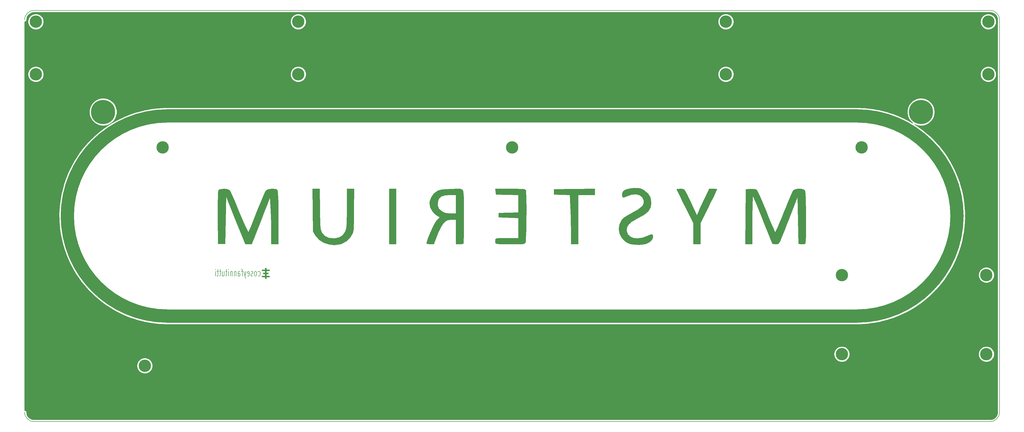
<source format=gbr>
%TF.GenerationSoftware,KiCad,Pcbnew,5.1.7-a382d34a8~88~ubuntu20.04.1*%
%TF.CreationDate,2021-03-29T02:56:27+02:00*%
%TF.ProjectId,mysterium-bottom,6d797374-6572-4697-956d-2d626f74746f,rev?*%
%TF.SameCoordinates,Original*%
%TF.FileFunction,Copper,L2,Bot*%
%TF.FilePolarity,Positive*%
%FSLAX46Y46*%
G04 Gerber Fmt 4.6, Leading zero omitted, Abs format (unit mm)*
G04 Created by KiCad (PCBNEW 5.1.7-a382d34a8~88~ubuntu20.04.1) date 2021-03-29 02:56:27*
%MOMM*%
%LPD*%
G01*
G04 APERTURE LIST*
%TA.AperFunction,NonConductor*%
%ADD10C,0.200000*%
%TD*%
%TA.AperFunction,Profile*%
%ADD11C,0.150000*%
%TD*%
%TA.AperFunction,EtchedComponent*%
%ADD12C,0.010000*%
%TD*%
%TA.AperFunction,EtchedComponent*%
%ADD13C,4.700000*%
%TD*%
%TA.AperFunction,ComponentPad*%
%ADD14C,8.600000*%
%TD*%
%TA.AperFunction,ComponentPad*%
%ADD15C,4.400000*%
%TD*%
%TA.AperFunction,Conductor*%
%ADD16C,0.254000*%
%TD*%
%TA.AperFunction,Conductor*%
%ADD17C,0.150000*%
%TD*%
G04 APERTURE END LIST*
D10*
X119833114Y-155494704D02*
X119975971Y-155613752D01*
X120261685Y-155613752D01*
X120404542Y-155494704D01*
X120475971Y-155375657D01*
X120547400Y-155137561D01*
X120547400Y-154423276D01*
X120475971Y-154185180D01*
X120404542Y-154066133D01*
X120261685Y-153947085D01*
X119975971Y-153947085D01*
X119833114Y-154066133D01*
X118975971Y-155613752D02*
X119118828Y-155494704D01*
X119190257Y-155375657D01*
X119261685Y-155137561D01*
X119261685Y-154423276D01*
X119190257Y-154185180D01*
X119118828Y-154066133D01*
X118975971Y-153947085D01*
X118761685Y-153947085D01*
X118618828Y-154066133D01*
X118547400Y-154185180D01*
X118475971Y-154423276D01*
X118475971Y-155137561D01*
X118547400Y-155375657D01*
X118618828Y-155494704D01*
X118761685Y-155613752D01*
X118975971Y-155613752D01*
X117904542Y-155494704D02*
X117761685Y-155613752D01*
X117475971Y-155613752D01*
X117333114Y-155494704D01*
X117261685Y-155256609D01*
X117261685Y-155137561D01*
X117333114Y-154899466D01*
X117475971Y-154780419D01*
X117690257Y-154780419D01*
X117833114Y-154661371D01*
X117904542Y-154423276D01*
X117904542Y-154304228D01*
X117833114Y-154066133D01*
X117690257Y-153947085D01*
X117475971Y-153947085D01*
X117333114Y-154066133D01*
X116047400Y-155494704D02*
X116190257Y-155613752D01*
X116475971Y-155613752D01*
X116618828Y-155494704D01*
X116690257Y-155256609D01*
X116690257Y-154304228D01*
X116618828Y-154066133D01*
X116475971Y-153947085D01*
X116190257Y-153947085D01*
X116047400Y-154066133D01*
X115975971Y-154304228D01*
X115975971Y-154542323D01*
X116690257Y-154780419D01*
X115475971Y-153947085D02*
X115118828Y-155613752D01*
X114761685Y-153947085D02*
X115118828Y-155613752D01*
X115261685Y-156208990D01*
X115333114Y-156328038D01*
X115475971Y-156447085D01*
X114404542Y-153947085D02*
X113833114Y-153947085D01*
X114190257Y-155613752D02*
X114190257Y-153470895D01*
X114118828Y-153232800D01*
X113975971Y-153113752D01*
X113833114Y-153113752D01*
X112690257Y-155613752D02*
X112690257Y-154304228D01*
X112761685Y-154066133D01*
X112904542Y-153947085D01*
X113190257Y-153947085D01*
X113333114Y-154066133D01*
X112690257Y-155494704D02*
X112833114Y-155613752D01*
X113190257Y-155613752D01*
X113333114Y-155494704D01*
X113404542Y-155256609D01*
X113404542Y-155018514D01*
X113333114Y-154780419D01*
X113190257Y-154661371D01*
X112833114Y-154661371D01*
X112690257Y-154542323D01*
X111975971Y-153947085D02*
X111975971Y-155613752D01*
X111975971Y-154185180D02*
X111904542Y-154066133D01*
X111761685Y-153947085D01*
X111547400Y-153947085D01*
X111404542Y-154066133D01*
X111333114Y-154304228D01*
X111333114Y-155613752D01*
X110618828Y-153947085D02*
X110618828Y-155613752D01*
X110618828Y-154185180D02*
X110547400Y-154066133D01*
X110404542Y-153947085D01*
X110190257Y-153947085D01*
X110047400Y-154066133D01*
X109975971Y-154304228D01*
X109975971Y-155613752D01*
X109261685Y-155613752D02*
X109261685Y-153947085D01*
X109261685Y-153113752D02*
X109333114Y-153232800D01*
X109261685Y-153351847D01*
X109190257Y-153232800D01*
X109261685Y-153113752D01*
X109261685Y-153351847D01*
X108761685Y-153947085D02*
X108190257Y-153947085D01*
X108547400Y-153113752D02*
X108547400Y-155256609D01*
X108475971Y-155494704D01*
X108333114Y-155613752D01*
X108190257Y-155613752D01*
X107047400Y-153947085D02*
X107047400Y-155613752D01*
X107690257Y-153947085D02*
X107690257Y-155256609D01*
X107618828Y-155494704D01*
X107475971Y-155613752D01*
X107261685Y-155613752D01*
X107118828Y-155494704D01*
X107047400Y-155375657D01*
X106547400Y-153947085D02*
X105975971Y-153947085D01*
X106333114Y-153113752D02*
X106333114Y-155256609D01*
X106261685Y-155494704D01*
X106118828Y-155613752D01*
X105975971Y-155613752D01*
X105690257Y-153947085D02*
X105118828Y-153947085D01*
X105475971Y-153113752D02*
X105475971Y-155256609D01*
X105404542Y-155494704D01*
X105261685Y-155613752D01*
X105118828Y-155613752D01*
X104618828Y-155613752D02*
X104618828Y-153947085D01*
X104618828Y-153113752D02*
X104690257Y-153232800D01*
X104618828Y-153351847D01*
X104547400Y-153232800D01*
X104618828Y-153113752D01*
X104618828Y-153351847D01*
D11*
X384213099Y-204169841D02*
G75*
G02*
X380909040Y-207479900I-3307059J-3000D01*
G01*
X380903041Y-60863401D02*
G75*
G02*
X384213100Y-64167460I3000J-3307059D01*
G01*
X36550601Y-64173459D02*
G75*
G02*
X39854660Y-60863400I3307059J3000D01*
G01*
X39860659Y-207479899D02*
G75*
G02*
X36550600Y-204175840I-3000J3307059D01*
G01*
X384213100Y-64167460D02*
X384213099Y-204169841D01*
X380909040Y-207479900D02*
X39860659Y-207479899D01*
X39854660Y-60863400D02*
X380903041Y-60863400D01*
D12*
G36*
X122749734Y-155928577D02*
G01*
X123319117Y-155926400D01*
X123888500Y-155924224D01*
X123888500Y-155517824D01*
X122749734Y-155513472D01*
X122749734Y-154853191D01*
X123469401Y-154853191D01*
X123469401Y-154421391D01*
X122749734Y-154421391D01*
X122749734Y-153744177D01*
X123319117Y-153742000D01*
X123888500Y-153739824D01*
X123890763Y-153526041D01*
X123893025Y-153312258D01*
X122749734Y-153312258D01*
X122749734Y-152694191D01*
X122309467Y-152694191D01*
X122309467Y-153312258D01*
X121174934Y-153312258D01*
X121174934Y-153744057D01*
X122309467Y-153744057D01*
X122309467Y-154421391D01*
X121598267Y-154421391D01*
X121598267Y-154853191D01*
X122309467Y-154853191D01*
X122309467Y-155513591D01*
X121174934Y-155513591D01*
X121174934Y-155928457D01*
X122309248Y-155928457D01*
X122313700Y-156516891D01*
X122531717Y-156519150D01*
X122749734Y-156521410D01*
X122749734Y-155928577D01*
G37*
X122749734Y-155928577D02*
X123319117Y-155926400D01*
X123888500Y-155924224D01*
X123888500Y-155517824D01*
X122749734Y-155513472D01*
X122749734Y-154853191D01*
X123469401Y-154853191D01*
X123469401Y-154421391D01*
X122749734Y-154421391D01*
X122749734Y-153744177D01*
X123319117Y-153742000D01*
X123888500Y-153739824D01*
X123890763Y-153526041D01*
X123893025Y-153312258D01*
X122749734Y-153312258D01*
X122749734Y-152694191D01*
X122309467Y-152694191D01*
X122309467Y-153312258D01*
X121174934Y-153312258D01*
X121174934Y-153744057D01*
X122309467Y-153744057D01*
X122309467Y-154421391D01*
X121598267Y-154421391D01*
X121598267Y-154853191D01*
X122309467Y-154853191D01*
X122309467Y-155513591D01*
X121174934Y-155513591D01*
X121174934Y-155928457D01*
X122309248Y-155928457D01*
X122313700Y-156516891D01*
X122531717Y-156519150D01*
X122749734Y-156521410D01*
X122749734Y-155928577D01*
G36*
X253690925Y-124223744D02*
G01*
X252437983Y-124377058D01*
X251284421Y-124638608D01*
X250633517Y-124881785D01*
X249926400Y-125358055D01*
X249649794Y-125959299D01*
X249616882Y-126496986D01*
X249654976Y-127187950D01*
X249851320Y-127501332D01*
X250329007Y-127467126D01*
X251211128Y-127115324D01*
X251542514Y-126966191D01*
X253162585Y-126449934D01*
X254649749Y-126383622D01*
X255904357Y-126740316D01*
X256826758Y-127493080D01*
X257298489Y-128522157D01*
X257348324Y-129425598D01*
X257035785Y-130253990D01*
X256302118Y-131072461D01*
X255088571Y-131946137D01*
X253336391Y-132940143D01*
X253291610Y-132963717D01*
X251682320Y-133873450D01*
X250399663Y-134726954D01*
X249556701Y-135447031D01*
X249420361Y-135606977D01*
X248640013Y-137104996D01*
X248401002Y-138732175D01*
X248670767Y-140364748D01*
X249416748Y-141878949D01*
X250606383Y-143151009D01*
X251568435Y-143772082D01*
X252681831Y-144137213D01*
X254162837Y-144347348D01*
X255768574Y-144391135D01*
X257256162Y-144257220D01*
X258030604Y-144074140D01*
X259463117Y-143443871D01*
X260307561Y-142670563D01*
X260592011Y-141728210D01*
X260592190Y-141701238D01*
X260526928Y-140978136D01*
X260257512Y-140681326D01*
X259673496Y-140780941D01*
X258750912Y-141203333D01*
X256958738Y-141898999D01*
X255268468Y-142171543D01*
X253764683Y-142045234D01*
X252531961Y-141544344D01*
X251654882Y-140693144D01*
X251218027Y-139515905D01*
X251184783Y-139032143D01*
X251366309Y-138035761D01*
X251953806Y-137125196D01*
X253011653Y-136234546D01*
X254604227Y-135297907D01*
X255059237Y-135065895D01*
X256946825Y-134046484D01*
X258304286Y-133102100D01*
X259206685Y-132143237D01*
X259729089Y-131080386D01*
X259946564Y-129824040D01*
X259965030Y-129216311D01*
X259691174Y-127522118D01*
X258866041Y-126122481D01*
X257484280Y-125009075D01*
X257140277Y-124819809D01*
X256182520Y-124398499D01*
X255259409Y-124208854D01*
X254084063Y-124201299D01*
X253690925Y-124223744D01*
G37*
X253690925Y-124223744D02*
X252437983Y-124377058D01*
X251284421Y-124638608D01*
X250633517Y-124881785D01*
X249926400Y-125358055D01*
X249649794Y-125959299D01*
X249616882Y-126496986D01*
X249654976Y-127187950D01*
X249851320Y-127501332D01*
X250329007Y-127467126D01*
X251211128Y-127115324D01*
X251542514Y-126966191D01*
X253162585Y-126449934D01*
X254649749Y-126383622D01*
X255904357Y-126740316D01*
X256826758Y-127493080D01*
X257298489Y-128522157D01*
X257348324Y-129425598D01*
X257035785Y-130253990D01*
X256302118Y-131072461D01*
X255088571Y-131946137D01*
X253336391Y-132940143D01*
X253291610Y-132963717D01*
X251682320Y-133873450D01*
X250399663Y-134726954D01*
X249556701Y-135447031D01*
X249420361Y-135606977D01*
X248640013Y-137104996D01*
X248401002Y-138732175D01*
X248670767Y-140364748D01*
X249416748Y-141878949D01*
X250606383Y-143151009D01*
X251568435Y-143772082D01*
X252681831Y-144137213D01*
X254162837Y-144347348D01*
X255768574Y-144391135D01*
X257256162Y-144257220D01*
X258030604Y-144074140D01*
X259463117Y-143443871D01*
X260307561Y-142670563D01*
X260592011Y-141728210D01*
X260592190Y-141701238D01*
X260526928Y-140978136D01*
X260257512Y-140681326D01*
X259673496Y-140780941D01*
X258750912Y-141203333D01*
X256958738Y-141898999D01*
X255268468Y-142171543D01*
X253764683Y-142045234D01*
X252531961Y-141544344D01*
X251654882Y-140693144D01*
X251218027Y-139515905D01*
X251184783Y-139032143D01*
X251366309Y-138035761D01*
X251953806Y-137125196D01*
X253011653Y-136234546D01*
X254604227Y-135297907D01*
X255059237Y-135065895D01*
X256946825Y-134046484D01*
X258304286Y-133102100D01*
X259206685Y-132143237D01*
X259729089Y-131080386D01*
X259946564Y-129824040D01*
X259965030Y-129216311D01*
X259691174Y-127522118D01*
X258866041Y-126122481D01*
X257484280Y-125009075D01*
X257140277Y-124819809D01*
X256182520Y-124398499D01*
X255259409Y-124208854D01*
X254084063Y-124201299D01*
X253690925Y-124223744D01*
G36*
X151459378Y-131427822D02*
G01*
X151451882Y-133750421D01*
X151430098Y-135538162D01*
X151387319Y-136883303D01*
X151316840Y-137878102D01*
X151211954Y-138614815D01*
X151065956Y-139185700D01*
X150872140Y-139683014D01*
X150856859Y-139716903D01*
X149960841Y-141001607D01*
X148659586Y-141809809D01*
X146961119Y-142136754D01*
X146762561Y-142142927D01*
X144965456Y-141934229D01*
X143557924Y-141235767D01*
X142610395Y-140171174D01*
X142383629Y-139777382D01*
X142209457Y-139360506D01*
X142079491Y-138832982D01*
X141985343Y-138107248D01*
X141918624Y-137095742D01*
X141870945Y-135710901D01*
X141833918Y-133865162D01*
X141802821Y-131741402D01*
X141703575Y-124450662D01*
X139196256Y-124450662D01*
X139294840Y-132080630D01*
X139393425Y-139710599D01*
X140336964Y-141235681D01*
X141549589Y-142628404D01*
X143169820Y-143659900D01*
X145066377Y-144289771D01*
X147107980Y-144477623D01*
X149163349Y-144183059D01*
X149544990Y-144069091D01*
X151267938Y-143188479D01*
X152655905Y-141816359D01*
X153380401Y-140600044D01*
X153567267Y-140135168D01*
X153709939Y-139593451D01*
X153814318Y-138887502D01*
X153886307Y-137929929D01*
X153931807Y-136633339D01*
X153956718Y-134910340D01*
X153966942Y-132673541D01*
X153968020Y-131898193D01*
X153974906Y-124450662D01*
X151466264Y-124450662D01*
X151459378Y-131427822D01*
G37*
X151459378Y-131427822D02*
X151451882Y-133750421D01*
X151430098Y-135538162D01*
X151387319Y-136883303D01*
X151316840Y-137878102D01*
X151211954Y-138614815D01*
X151065956Y-139185700D01*
X150872140Y-139683014D01*
X150856859Y-139716903D01*
X149960841Y-141001607D01*
X148659586Y-141809809D01*
X146961119Y-142136754D01*
X146762561Y-142142927D01*
X144965456Y-141934229D01*
X143557924Y-141235767D01*
X142610395Y-140171174D01*
X142383629Y-139777382D01*
X142209457Y-139360506D01*
X142079491Y-138832982D01*
X141985343Y-138107248D01*
X141918624Y-137095742D01*
X141870945Y-135710901D01*
X141833918Y-133865162D01*
X141802821Y-131741402D01*
X141703575Y-124450662D01*
X139196256Y-124450662D01*
X139294840Y-132080630D01*
X139393425Y-139710599D01*
X140336964Y-141235681D01*
X141549589Y-142628404D01*
X143169820Y-143659900D01*
X145066377Y-144289771D01*
X147107980Y-144477623D01*
X149163349Y-144183059D01*
X149544990Y-144069091D01*
X151267938Y-143188479D01*
X152655905Y-141816359D01*
X153380401Y-140600044D01*
X153567267Y-140135168D01*
X153709939Y-139593451D01*
X153814318Y-138887502D01*
X153886307Y-137929929D01*
X153931807Y-136633339D01*
X153956718Y-134910340D01*
X153966942Y-132673541D01*
X153968020Y-131898193D01*
X153974906Y-124450662D01*
X151466264Y-124450662D01*
X151459378Y-131427822D01*
G36*
X311374242Y-124605533D02*
G01*
X310696746Y-124984297D01*
X310682804Y-124999427D01*
X310433785Y-125434460D01*
X309994274Y-126367456D01*
X309401692Y-127712098D01*
X308693463Y-129382068D01*
X307907010Y-131291049D01*
X307282455Y-132842493D01*
X306481443Y-134821942D01*
X305747412Y-136578514D01*
X305113597Y-138037273D01*
X304613231Y-139123287D01*
X304279549Y-139761619D01*
X304153251Y-139898049D01*
X303977220Y-139552087D01*
X303600956Y-138707404D01*
X303059634Y-137446580D01*
X302388427Y-135852197D01*
X301622510Y-134006836D01*
X301046308Y-132603748D01*
X300218969Y-130607048D01*
X299442421Y-128782618D01*
X298755693Y-127218270D01*
X298197818Y-126001816D01*
X297807829Y-125221065D01*
X297660040Y-124985602D01*
X297189796Y-124645349D01*
X296461295Y-124504005D01*
X295416880Y-124515231D01*
X293674906Y-124607452D01*
X293592044Y-134406835D01*
X293509181Y-144206217D01*
X296026758Y-144206217D01*
X296026758Y-135530497D01*
X296034610Y-133285339D01*
X296056778Y-131272174D01*
X296091182Y-129568039D01*
X296135741Y-128249974D01*
X296188375Y-127395018D01*
X296247002Y-127080208D01*
X296254915Y-127082933D01*
X296425761Y-127422572D01*
X296796063Y-128269813D01*
X297334440Y-129549128D01*
X298009514Y-131184983D01*
X298789906Y-133101850D01*
X299644237Y-135224196D01*
X299826641Y-135680259D01*
X303170210Y-144049427D01*
X304310844Y-144147268D01*
X304966599Y-144169512D01*
X305390662Y-144007805D01*
X305738926Y-143531417D01*
X306167285Y-142609616D01*
X306180529Y-142579366D01*
X306506212Y-141800699D01*
X307012850Y-140546393D01*
X307656853Y-138926395D01*
X308394631Y-137050650D01*
X309182592Y-135029105D01*
X309542861Y-134098736D01*
X312176141Y-127283847D01*
X312489721Y-144049427D01*
X313598460Y-144142746D01*
X314397544Y-144147357D01*
X314899840Y-144036151D01*
X314931176Y-144012088D01*
X315007197Y-143630467D01*
X315067342Y-142717782D01*
X315112121Y-141369918D01*
X315142043Y-139682758D01*
X315157616Y-137752185D01*
X315159350Y-135674083D01*
X315147754Y-133544334D01*
X315123337Y-131458823D01*
X315086607Y-129513433D01*
X315038075Y-127804047D01*
X314978248Y-126426548D01*
X314907637Y-125476820D01*
X314830540Y-125057207D01*
X314303300Y-124655530D01*
X313401910Y-124444275D01*
X312350760Y-124426567D01*
X311374242Y-124605533D01*
G37*
X311374242Y-124605533D02*
X310696746Y-124984297D01*
X310682804Y-124999427D01*
X310433785Y-125434460D01*
X309994274Y-126367456D01*
X309401692Y-127712098D01*
X308693463Y-129382068D01*
X307907010Y-131291049D01*
X307282455Y-132842493D01*
X306481443Y-134821942D01*
X305747412Y-136578514D01*
X305113597Y-138037273D01*
X304613231Y-139123287D01*
X304279549Y-139761619D01*
X304153251Y-139898049D01*
X303977220Y-139552087D01*
X303600956Y-138707404D01*
X303059634Y-137446580D01*
X302388427Y-135852197D01*
X301622510Y-134006836D01*
X301046308Y-132603748D01*
X300218969Y-130607048D01*
X299442421Y-128782618D01*
X298755693Y-127218270D01*
X298197818Y-126001816D01*
X297807829Y-125221065D01*
X297660040Y-124985602D01*
X297189796Y-124645349D01*
X296461295Y-124504005D01*
X295416880Y-124515231D01*
X293674906Y-124607452D01*
X293592044Y-134406835D01*
X293509181Y-144206217D01*
X296026758Y-144206217D01*
X296026758Y-135530497D01*
X296034610Y-133285339D01*
X296056778Y-131272174D01*
X296091182Y-129568039D01*
X296135741Y-128249974D01*
X296188375Y-127395018D01*
X296247002Y-127080208D01*
X296254915Y-127082933D01*
X296425761Y-127422572D01*
X296796063Y-128269813D01*
X297334440Y-129549128D01*
X298009514Y-131184983D01*
X298789906Y-133101850D01*
X299644237Y-135224196D01*
X299826641Y-135680259D01*
X303170210Y-144049427D01*
X304310844Y-144147268D01*
X304966599Y-144169512D01*
X305390662Y-144007805D01*
X305738926Y-143531417D01*
X306167285Y-142609616D01*
X306180529Y-142579366D01*
X306506212Y-141800699D01*
X307012850Y-140546393D01*
X307656853Y-138926395D01*
X308394631Y-137050650D01*
X309182592Y-135029105D01*
X309542861Y-134098736D01*
X312176141Y-127283847D01*
X312489721Y-144049427D01*
X313598460Y-144142746D01*
X314397544Y-144147357D01*
X314899840Y-144036151D01*
X314931176Y-144012088D01*
X315007197Y-143630467D01*
X315067342Y-142717782D01*
X315112121Y-141369918D01*
X315142043Y-139682758D01*
X315157616Y-137752185D01*
X315159350Y-135674083D01*
X315147754Y-133544334D01*
X315123337Y-131458823D01*
X315086607Y-129513433D01*
X315038075Y-127804047D01*
X314978248Y-126426548D01*
X314907637Y-125476820D01*
X314830540Y-125057207D01*
X314303300Y-124655530D01*
X313401910Y-124444275D01*
X312350760Y-124426567D01*
X311374242Y-124605533D01*
G36*
X279204743Y-127508069D02*
G01*
X278511160Y-128990959D01*
X277824472Y-130469660D01*
X277246083Y-131725355D01*
X277002797Y-132259503D01*
X276236894Y-133953530D01*
X274893755Y-131005182D01*
X274205847Y-129513088D01*
X273495836Y-128002568D01*
X272876744Y-126713015D01*
X272650524Y-126253748D01*
X272144665Y-125279201D01*
X271753271Y-124739790D01*
X271316091Y-124506859D01*
X270672873Y-124451753D01*
X270404644Y-124450662D01*
X269585695Y-124483901D01*
X269108613Y-124567573D01*
X269058857Y-124610587D01*
X269193039Y-124926032D01*
X269568196Y-125717351D01*
X270143248Y-126900263D01*
X270877114Y-128390487D01*
X271728712Y-130103741D01*
X272037869Y-130722267D01*
X275016882Y-136674021D01*
X275016882Y-144206217D01*
X277525524Y-144206217D01*
X277525524Y-136674021D01*
X280504536Y-130722267D01*
X281386813Y-128952366D01*
X282165330Y-127376831D01*
X282799005Y-126079944D01*
X283246757Y-125145986D01*
X283467505Y-124659237D01*
X283483548Y-124610587D01*
X283202916Y-124515465D01*
X282492417Y-124458196D01*
X282062167Y-124450662D01*
X280640785Y-124450662D01*
X279204743Y-127508069D01*
G37*
X279204743Y-127508069D02*
X278511160Y-128990959D01*
X277824472Y-130469660D01*
X277246083Y-131725355D01*
X277002797Y-132259503D01*
X276236894Y-133953530D01*
X274893755Y-131005182D01*
X274205847Y-129513088D01*
X273495836Y-128002568D01*
X272876744Y-126713015D01*
X272650524Y-126253748D01*
X272144665Y-125279201D01*
X271753271Y-124739790D01*
X271316091Y-124506859D01*
X270672873Y-124451753D01*
X270404644Y-124450662D01*
X269585695Y-124483901D01*
X269108613Y-124567573D01*
X269058857Y-124610587D01*
X269193039Y-124926032D01*
X269568196Y-125717351D01*
X270143248Y-126900263D01*
X270877114Y-128390487D01*
X271728712Y-130103741D01*
X272037869Y-130722267D01*
X275016882Y-136674021D01*
X275016882Y-144206217D01*
X277525524Y-144206217D01*
X277525524Y-136674021D01*
X280504536Y-130722267D01*
X281386813Y-128952366D01*
X282165330Y-127376831D01*
X282799005Y-126079944D01*
X283246757Y-125145986D01*
X283467505Y-124659237D01*
X283483548Y-124610587D01*
X283202916Y-124515465D01*
X282492417Y-124458196D01*
X282062167Y-124450662D01*
X280640785Y-124450662D01*
X279204743Y-127508069D01*
G36*
X232605153Y-124523277D02*
G01*
X225314413Y-124607452D01*
X225314413Y-126488933D01*
X228165836Y-126578445D01*
X231017259Y-126667956D01*
X231222357Y-132536469D01*
X231290334Y-134644537D01*
X231348898Y-136771661D01*
X231393999Y-138745375D01*
X231421584Y-140393216D01*
X231428341Y-141305600D01*
X231429227Y-144206217D01*
X233937869Y-144206217D01*
X233937869Y-126645723D01*
X239895894Y-126645723D01*
X239895894Y-124439103D01*
X232605153Y-124523277D01*
G37*
X232605153Y-124523277D02*
X225314413Y-124607452D01*
X225314413Y-126488933D01*
X228165836Y-126578445D01*
X231017259Y-126667956D01*
X231222357Y-132536469D01*
X231290334Y-134644537D01*
X231348898Y-136771661D01*
X231393999Y-138745375D01*
X231421584Y-140393216D01*
X231428341Y-141305600D01*
X231429227Y-144206217D01*
X233937869Y-144206217D01*
X233937869Y-126645723D01*
X239895894Y-126645723D01*
X239895894Y-124439103D01*
X232605153Y-124523277D01*
G36*
X204519853Y-125469798D02*
G01*
X204618116Y-126488933D01*
X208616264Y-126576697D01*
X212614413Y-126664461D01*
X212614413Y-132896788D01*
X209086635Y-132985453D01*
X205558857Y-133074119D01*
X205558857Y-134642020D01*
X212614413Y-134819350D01*
X212614413Y-142011156D01*
X208560862Y-142011156D01*
X206885678Y-142019406D01*
X205736166Y-142053049D01*
X205010952Y-142125420D01*
X204608666Y-142249857D01*
X204427932Y-142439696D01*
X204389688Y-142559921D01*
X204357732Y-143361008D01*
X204403269Y-143657452D01*
X204505315Y-143862197D01*
X204758433Y-144009033D01*
X205252974Y-144107390D01*
X206079288Y-144166698D01*
X207327724Y-144196388D01*
X209088634Y-144205890D01*
X209660941Y-144206217D01*
X211572317Y-144201219D01*
X212951545Y-144179179D01*
X213893607Y-144129529D01*
X214493481Y-144041701D01*
X214846148Y-143905125D01*
X215046587Y-143709233D01*
X215112022Y-143599672D01*
X215190912Y-143147011D01*
X215260511Y-142166465D01*
X215320102Y-140757250D01*
X215368973Y-139018583D01*
X215406408Y-137049680D01*
X215431694Y-134949757D01*
X215444116Y-132818031D01*
X215442960Y-130753719D01*
X215427512Y-128856037D01*
X215397058Y-127224201D01*
X215350883Y-125957429D01*
X215288274Y-125154936D01*
X215246295Y-124946679D01*
X215098642Y-124762508D01*
X214760532Y-124629402D01*
X214144813Y-124539514D01*
X213164333Y-124484994D01*
X211731938Y-124457993D01*
X209760478Y-124450662D01*
X204421590Y-124450662D01*
X204519853Y-125469798D01*
G37*
X204519853Y-125469798D02*
X204618116Y-126488933D01*
X208616264Y-126576697D01*
X212614413Y-126664461D01*
X212614413Y-132896788D01*
X209086635Y-132985453D01*
X205558857Y-133074119D01*
X205558857Y-134642020D01*
X212614413Y-134819350D01*
X212614413Y-142011156D01*
X208560862Y-142011156D01*
X206885678Y-142019406D01*
X205736166Y-142053049D01*
X205010952Y-142125420D01*
X204608666Y-142249857D01*
X204427932Y-142439696D01*
X204389688Y-142559921D01*
X204357732Y-143361008D01*
X204403269Y-143657452D01*
X204505315Y-143862197D01*
X204758433Y-144009033D01*
X205252974Y-144107390D01*
X206079288Y-144166698D01*
X207327724Y-144196388D01*
X209088634Y-144205890D01*
X209660941Y-144206217D01*
X211572317Y-144201219D01*
X212951545Y-144179179D01*
X213893607Y-144129529D01*
X214493481Y-144041701D01*
X214846148Y-143905125D01*
X215046587Y-143709233D01*
X215112022Y-143599672D01*
X215190912Y-143147011D01*
X215260511Y-142166465D01*
X215320102Y-140757250D01*
X215368973Y-139018583D01*
X215406408Y-137049680D01*
X215431694Y-134949757D01*
X215444116Y-132818031D01*
X215442960Y-130753719D01*
X215427512Y-128856037D01*
X215397058Y-127224201D01*
X215350883Y-125957429D01*
X215288274Y-125154936D01*
X215246295Y-124946679D01*
X215098642Y-124762508D01*
X214760532Y-124629402D01*
X214144813Y-124539514D01*
X213164333Y-124484994D01*
X211731938Y-124457993D01*
X209760478Y-124450662D01*
X204421590Y-124450662D01*
X204519853Y-125469798D01*
G36*
X188966197Y-124491568D02*
G01*
X188609486Y-124501370D01*
X186855193Y-124571892D01*
X185583339Y-124682208D01*
X184649463Y-124854023D01*
X183909103Y-125109041D01*
X183608240Y-125252782D01*
X182489609Y-126128465D01*
X181587636Y-127386416D01*
X181044374Y-128793667D01*
X180949694Y-129612785D01*
X181223284Y-131101021D01*
X181937146Y-132511683D01*
X182962383Y-133615662D01*
X183346754Y-133873440D01*
X184548980Y-134564971D01*
X183570925Y-135601401D01*
X183142604Y-136203960D01*
X182591656Y-137187961D01*
X181974592Y-138424739D01*
X181347922Y-139785630D01*
X180768157Y-141141971D01*
X180291807Y-142365097D01*
X179975384Y-143326344D01*
X179875397Y-143897048D01*
X179894894Y-143971032D01*
X180272353Y-144122255D01*
X181027496Y-144202370D01*
X181247480Y-144206217D01*
X182455880Y-144206217D01*
X183313680Y-141932761D01*
X184190499Y-139728324D01*
X184974992Y-138064263D01*
X185725178Y-136872078D01*
X186499069Y-136083270D01*
X187354683Y-135629339D01*
X188350034Y-135441786D01*
X188824603Y-135425970D01*
X190350215Y-135425970D01*
X190350215Y-144206217D01*
X191552273Y-144206217D01*
X192380941Y-144156121D01*
X192911394Y-144032175D01*
X192963384Y-143997164D01*
X193016616Y-143641813D01*
X193064852Y-142739468D01*
X193106297Y-141370283D01*
X193139161Y-139614417D01*
X193161648Y-137552027D01*
X193171968Y-135263268D01*
X193172437Y-134649691D01*
X193169069Y-133230909D01*
X190350215Y-133230909D01*
X188358317Y-133230909D01*
X187034403Y-133166336D01*
X186079677Y-132933843D01*
X185305049Y-132515652D01*
X184284068Y-131543040D01*
X183834662Y-130351386D01*
X183895019Y-129030155D01*
X184334153Y-127933875D01*
X185201927Y-127188201D01*
X186544279Y-126767899D01*
X188233548Y-126646896D01*
X190350215Y-126645723D01*
X190350215Y-133230909D01*
X193169069Y-133230909D01*
X193165752Y-131834271D01*
X193144093Y-129588783D01*
X193105058Y-127856121D01*
X193046244Y-126579181D01*
X192965249Y-125700861D01*
X192859669Y-125164055D01*
X192764424Y-124953280D01*
X192522853Y-124715685D01*
X192137273Y-124563227D01*
X191492657Y-124483395D01*
X190473975Y-124463680D01*
X188966197Y-124491568D01*
G37*
X188966197Y-124491568D02*
X188609486Y-124501370D01*
X186855193Y-124571892D01*
X185583339Y-124682208D01*
X184649463Y-124854023D01*
X183909103Y-125109041D01*
X183608240Y-125252782D01*
X182489609Y-126128465D01*
X181587636Y-127386416D01*
X181044374Y-128793667D01*
X180949694Y-129612785D01*
X181223284Y-131101021D01*
X181937146Y-132511683D01*
X182962383Y-133615662D01*
X183346754Y-133873440D01*
X184548980Y-134564971D01*
X183570925Y-135601401D01*
X183142604Y-136203960D01*
X182591656Y-137187961D01*
X181974592Y-138424739D01*
X181347922Y-139785630D01*
X180768157Y-141141971D01*
X180291807Y-142365097D01*
X179975384Y-143326344D01*
X179875397Y-143897048D01*
X179894894Y-143971032D01*
X180272353Y-144122255D01*
X181027496Y-144202370D01*
X181247480Y-144206217D01*
X182455880Y-144206217D01*
X183313680Y-141932761D01*
X184190499Y-139728324D01*
X184974992Y-138064263D01*
X185725178Y-136872078D01*
X186499069Y-136083270D01*
X187354683Y-135629339D01*
X188350034Y-135441786D01*
X188824603Y-135425970D01*
X190350215Y-135425970D01*
X190350215Y-144206217D01*
X191552273Y-144206217D01*
X192380941Y-144156121D01*
X192911394Y-144032175D01*
X192963384Y-143997164D01*
X193016616Y-143641813D01*
X193064852Y-142739468D01*
X193106297Y-141370283D01*
X193139161Y-139614417D01*
X193161648Y-137552027D01*
X193171968Y-135263268D01*
X193172437Y-134649691D01*
X193169069Y-133230909D01*
X190350215Y-133230909D01*
X188358317Y-133230909D01*
X187034403Y-133166336D01*
X186079677Y-132933843D01*
X185305049Y-132515652D01*
X184284068Y-131543040D01*
X183834662Y-130351386D01*
X183895019Y-129030155D01*
X184334153Y-127933875D01*
X185201927Y-127188201D01*
X186544279Y-126767899D01*
X188233548Y-126646896D01*
X190350215Y-126645723D01*
X190350215Y-133230909D01*
X193169069Y-133230909D01*
X193165752Y-131834271D01*
X193144093Y-129588783D01*
X193105058Y-127856121D01*
X193046244Y-126579181D01*
X192965249Y-125700861D01*
X192859669Y-125164055D01*
X192764424Y-124953280D01*
X192522853Y-124715685D01*
X192137273Y-124563227D01*
X191492657Y-124483395D01*
X190473975Y-124463680D01*
X188966197Y-124491568D01*
G36*
X166518116Y-144206217D02*
G01*
X169026758Y-144206217D01*
X169026758Y-124450662D01*
X166518116Y-124450662D01*
X166518116Y-144206217D01*
G37*
X166518116Y-144206217D02*
X169026758Y-144206217D01*
X169026758Y-124450662D01*
X166518116Y-124450662D01*
X166518116Y-144206217D01*
G36*
X123922352Y-124530650D02*
G01*
X123019417Y-124794770D01*
X122666370Y-125028334D01*
X122392219Y-125475619D01*
X121933980Y-126419876D01*
X121330719Y-127771958D01*
X120621502Y-129442720D01*
X119845396Y-131343017D01*
X119333917Y-132632655D01*
X118554632Y-134607262D01*
X117841936Y-136388283D01*
X117230117Y-137892030D01*
X116753463Y-139034817D01*
X116446261Y-139732958D01*
X116352070Y-139910551D01*
X116177866Y-139701825D01*
X115804487Y-138984279D01*
X115265412Y-137831501D01*
X114594123Y-136317082D01*
X113824098Y-134514612D01*
X113070761Y-132698205D01*
X112222118Y-130655866D01*
X111424804Y-128796067D01*
X110716173Y-127201322D01*
X110133576Y-125954150D01*
X109714367Y-125137066D01*
X109514790Y-124842637D01*
X108844997Y-124577381D01*
X107875989Y-124463460D01*
X106856006Y-124498404D01*
X106033290Y-124679738D01*
X105717216Y-124880465D01*
X105605554Y-125246563D01*
X105521534Y-126064790D01*
X105464187Y-127369799D01*
X105432547Y-129196247D01*
X105425645Y-131578788D01*
X105442514Y-134552076D01*
X105443634Y-134679848D01*
X105526758Y-144049427D01*
X108035400Y-144049427D01*
X108348980Y-127122573D01*
X111786139Y-135664395D01*
X115223297Y-144206217D01*
X117543937Y-144206217D01*
X119968300Y-138013007D01*
X120753826Y-136006520D01*
X121520123Y-134049499D01*
X122216620Y-132271071D01*
X122792746Y-130800363D01*
X123197930Y-129766500D01*
X123238075Y-129664123D01*
X124083487Y-127508449D01*
X124290925Y-132301018D01*
X124368707Y-134358949D01*
X124433196Y-136562101D01*
X124478314Y-138665829D01*
X124497983Y-140425489D01*
X124498363Y-140649902D01*
X124498363Y-144206217D01*
X127007005Y-144206217D01*
X127007005Y-134704736D01*
X126999490Y-131766103D01*
X126975811Y-129409920D01*
X126934274Y-127591639D01*
X126873180Y-126266717D01*
X126790833Y-125390608D01*
X126685535Y-124918768D01*
X126630709Y-124826958D01*
X125981014Y-124533891D01*
X124993890Y-124439406D01*
X123922352Y-124530650D01*
G37*
X123922352Y-124530650D02*
X123019417Y-124794770D01*
X122666370Y-125028334D01*
X122392219Y-125475619D01*
X121933980Y-126419876D01*
X121330719Y-127771958D01*
X120621502Y-129442720D01*
X119845396Y-131343017D01*
X119333917Y-132632655D01*
X118554632Y-134607262D01*
X117841936Y-136388283D01*
X117230117Y-137892030D01*
X116753463Y-139034817D01*
X116446261Y-139732958D01*
X116352070Y-139910551D01*
X116177866Y-139701825D01*
X115804487Y-138984279D01*
X115265412Y-137831501D01*
X114594123Y-136317082D01*
X113824098Y-134514612D01*
X113070761Y-132698205D01*
X112222118Y-130655866D01*
X111424804Y-128796067D01*
X110716173Y-127201322D01*
X110133576Y-125954150D01*
X109714367Y-125137066D01*
X109514790Y-124842637D01*
X108844997Y-124577381D01*
X107875989Y-124463460D01*
X106856006Y-124498404D01*
X106033290Y-124679738D01*
X105717216Y-124880465D01*
X105605554Y-125246563D01*
X105521534Y-126064790D01*
X105464187Y-127369799D01*
X105432547Y-129196247D01*
X105425645Y-131578788D01*
X105442514Y-134552076D01*
X105443634Y-134679848D01*
X105526758Y-144049427D01*
X108035400Y-144049427D01*
X108348980Y-127122573D01*
X111786139Y-135664395D01*
X115223297Y-144206217D01*
X117543937Y-144206217D01*
X119968300Y-138013007D01*
X120753826Y-136006520D01*
X121520123Y-134049499D01*
X122216620Y-132271071D01*
X122792746Y-130800363D01*
X123197930Y-129766500D01*
X123238075Y-129664123D01*
X124083487Y-127508449D01*
X124290925Y-132301018D01*
X124368707Y-134358949D01*
X124433196Y-136562101D01*
X124478314Y-138665829D01*
X124497983Y-140425489D01*
X124498363Y-140649902D01*
X124498363Y-144206217D01*
X127007005Y-144206217D01*
X127007005Y-134704736D01*
X126999490Y-131766103D01*
X126975811Y-129409920D01*
X126934274Y-127591639D01*
X126873180Y-126266717D01*
X126790833Y-125390608D01*
X126685535Y-124918768D01*
X126630709Y-124826958D01*
X125981014Y-124533891D01*
X124993890Y-124439406D01*
X123922352Y-124530650D01*
D13*
X333349351Y-98471649D02*
X87489351Y-98471649D01*
X333349351Y-169871649D02*
X87489351Y-169871649D01*
X87489351Y-98471649D02*
G75*
G03*
X87489351Y-169871649I0J-35700000D01*
G01*
X333349351Y-169871649D02*
G75*
G03*
X333349351Y-98471649I0J35700000D01*
G01*
D14*
X356213100Y-97053400D03*
X64550600Y-97053400D03*
D15*
X286626300Y-83613400D03*
X134137400Y-83613400D03*
X286626300Y-64863400D03*
X40550600Y-64863400D03*
X379523512Y-183454800D03*
X327986788Y-183454800D03*
X379523512Y-155219400D03*
X327986788Y-155219400D03*
X79401800Y-187587400D03*
X85763100Y-109702600D03*
X335000600Y-109702600D03*
X210419351Y-197713600D03*
X210419351Y-109702600D03*
X134137400Y-64863400D03*
X380213100Y-64863400D03*
X380213100Y-83613400D03*
X40550600Y-83613400D03*
D16*
X381407508Y-61625744D02*
X381892232Y-61771612D01*
X382339387Y-62008847D01*
X382731949Y-62328421D01*
X383054962Y-62718155D01*
X383296123Y-63163208D01*
X383446248Y-63646629D01*
X383503101Y-64182877D01*
X383503099Y-204135438D01*
X383450756Y-204674309D01*
X383304888Y-205159032D01*
X383067652Y-205606188D01*
X382748079Y-205998749D01*
X382358343Y-206321763D01*
X381913292Y-206562923D01*
X381429871Y-206713048D01*
X380893623Y-206769901D01*
X39895062Y-206769899D01*
X39356191Y-206717556D01*
X38871468Y-206571688D01*
X38424312Y-206334452D01*
X38031751Y-206014879D01*
X37708737Y-205625143D01*
X37467577Y-205180092D01*
X37317452Y-204696671D01*
X37256745Y-204124072D01*
X37254483Y-204113105D01*
X37246462Y-204034858D01*
X37205826Y-203902383D01*
X37140232Y-203780323D01*
X37052180Y-203673329D01*
X36945023Y-203585475D01*
X36822842Y-203520108D01*
X36690291Y-203479718D01*
X36626100Y-203473258D01*
X36623303Y-187308177D01*
X76566800Y-187308177D01*
X76566800Y-187866623D01*
X76675748Y-188414339D01*
X76889456Y-188930276D01*
X77199712Y-189394607D01*
X77594593Y-189789488D01*
X78058924Y-190099744D01*
X78574861Y-190313452D01*
X79122577Y-190422400D01*
X79681023Y-190422400D01*
X80228739Y-190313452D01*
X80744676Y-190099744D01*
X81209007Y-189789488D01*
X81603888Y-189394607D01*
X81914144Y-188930276D01*
X82127852Y-188414339D01*
X82236800Y-187866623D01*
X82236800Y-187308177D01*
X82127852Y-186760461D01*
X81914144Y-186244524D01*
X81603888Y-185780193D01*
X81209007Y-185385312D01*
X80744676Y-185075056D01*
X80228739Y-184861348D01*
X79681023Y-184752400D01*
X79122577Y-184752400D01*
X78574861Y-184861348D01*
X78058924Y-185075056D01*
X77594593Y-185385312D01*
X77199712Y-185780193D01*
X76889456Y-186244524D01*
X76675748Y-186760461D01*
X76566800Y-187308177D01*
X36623303Y-187308177D01*
X36622588Y-183175577D01*
X325151788Y-183175577D01*
X325151788Y-183734023D01*
X325260736Y-184281739D01*
X325474444Y-184797676D01*
X325784700Y-185262007D01*
X326179581Y-185656888D01*
X326643912Y-185967144D01*
X327159849Y-186180852D01*
X327707565Y-186289800D01*
X328266011Y-186289800D01*
X328813727Y-186180852D01*
X329329664Y-185967144D01*
X329793995Y-185656888D01*
X330188876Y-185262007D01*
X330499132Y-184797676D01*
X330712840Y-184281739D01*
X330821788Y-183734023D01*
X330821788Y-183175577D01*
X376688512Y-183175577D01*
X376688512Y-183734023D01*
X376797460Y-184281739D01*
X377011168Y-184797676D01*
X377321424Y-185262007D01*
X377716305Y-185656888D01*
X378180636Y-185967144D01*
X378696573Y-186180852D01*
X379244289Y-186289800D01*
X379802735Y-186289800D01*
X380350451Y-186180852D01*
X380866388Y-185967144D01*
X381330719Y-185656888D01*
X381725600Y-185262007D01*
X382035856Y-184797676D01*
X382249564Y-184281739D01*
X382358512Y-183734023D01*
X382358512Y-183175577D01*
X382249564Y-182627861D01*
X382035856Y-182111924D01*
X381725600Y-181647593D01*
X381330719Y-181252712D01*
X380866388Y-180942456D01*
X380350451Y-180728748D01*
X379802735Y-180619800D01*
X379244289Y-180619800D01*
X378696573Y-180728748D01*
X378180636Y-180942456D01*
X377716305Y-181252712D01*
X377321424Y-181647593D01*
X377011168Y-182111924D01*
X376797460Y-182627861D01*
X376688512Y-183175577D01*
X330821788Y-183175577D01*
X330712840Y-182627861D01*
X330499132Y-182111924D01*
X330188876Y-181647593D01*
X329793995Y-181252712D01*
X329329664Y-180942456D01*
X328813727Y-180728748D01*
X328266011Y-180619800D01*
X327707565Y-180619800D01*
X327159849Y-180728748D01*
X326643912Y-180942456D01*
X326179581Y-181252712D01*
X325784700Y-181647593D01*
X325474444Y-182111924D01*
X325260736Y-182627861D01*
X325151788Y-183175577D01*
X36622588Y-183175577D01*
X36613973Y-133387537D01*
X48812404Y-133387537D01*
X48812404Y-133460473D01*
X48841325Y-135827576D01*
X48844161Y-135890022D01*
X48845470Y-135952533D01*
X48850304Y-136025308D01*
X49036038Y-138385289D01*
X49043004Y-138447388D01*
X49048455Y-138509699D01*
X49058102Y-138581994D01*
X49399834Y-140924477D01*
X49410900Y-140985981D01*
X49420469Y-141047789D01*
X49434885Y-141119286D01*
X49931111Y-143433972D01*
X49946232Y-143494617D01*
X49959873Y-143555645D01*
X49978996Y-143626029D01*
X50627534Y-145902739D01*
X50646649Y-145962276D01*
X50664297Y-146022237D01*
X50688042Y-146091199D01*
X51486040Y-148319924D01*
X51509046Y-148378030D01*
X51530642Y-148436726D01*
X51558906Y-148503963D01*
X52502857Y-150674900D01*
X52529675Y-150731378D01*
X52555101Y-150788486D01*
X52587750Y-150853684D01*
X52587759Y-150853703D01*
X52587766Y-150853715D01*
X53673510Y-152957308D01*
X53704016Y-153011891D01*
X53733168Y-153067183D01*
X53770076Y-153130091D01*
X54992855Y-155157115D01*
X55026900Y-155209540D01*
X55059663Y-155262795D01*
X55100659Y-155323119D01*
X56455088Y-157264647D01*
X56492530Y-157314697D01*
X56528752Y-157365666D01*
X56573656Y-157423140D01*
X58053779Y-159270637D01*
X58094462Y-159318103D01*
X58133979Y-159366555D01*
X58182593Y-159420926D01*
X59781903Y-161166267D01*
X59825644Y-161210934D01*
X59868282Y-161256657D01*
X59920392Y-161307687D01*
X61631858Y-162943199D01*
X61678465Y-162984870D01*
X61724037Y-163027665D01*
X61779414Y-163075130D01*
X63595509Y-164593621D01*
X63644769Y-164632107D01*
X63693083Y-164671793D01*
X63751484Y-164715483D01*
X65664223Y-166110276D01*
X65715913Y-166145405D01*
X65766764Y-166181810D01*
X65827933Y-166221533D01*
X67828905Y-167486494D01*
X67882819Y-167518125D01*
X67935960Y-167551074D01*
X67999627Y-167586656D01*
X70080034Y-168716224D01*
X70135914Y-168744207D01*
X70191133Y-168773567D01*
X70257018Y-168804852D01*
X72407711Y-169794061D01*
X72465353Y-169818291D01*
X72522369Y-169843915D01*
X72590183Y-169870765D01*
X74801705Y-170715262D01*
X74860797Y-170735609D01*
X74919413Y-170757408D01*
X74988857Y-170779704D01*
X77251486Y-171475780D01*
X77311821Y-171492172D01*
X77371730Y-171510032D01*
X77442499Y-171527677D01*
X79746286Y-172072269D01*
X79807557Y-172084623D01*
X79868534Y-172098477D01*
X79940317Y-172111392D01*
X82275131Y-172502107D01*
X82337109Y-172510377D01*
X82398848Y-172520155D01*
X82471329Y-172528285D01*
X84826905Y-172763402D01*
X84889290Y-172767546D01*
X84951544Y-172773211D01*
X85024404Y-172776520D01*
X87293371Y-172851790D01*
X87342708Y-172856649D01*
X333495994Y-172856649D01*
X333514182Y-172854858D01*
X334258048Y-172845769D01*
X334289275Y-172844351D01*
X334320548Y-172844351D01*
X334393408Y-172841042D01*
X336756762Y-172704772D01*
X336818998Y-172699108D01*
X336881403Y-172694963D01*
X336953884Y-172686833D01*
X339303011Y-172394234D01*
X339364738Y-172384457D01*
X339426728Y-172376186D01*
X339498511Y-172363270D01*
X341823082Y-171915628D01*
X341884047Y-171901777D01*
X341945330Y-171889420D01*
X342016089Y-171871778D01*
X342016100Y-171871775D01*
X342016107Y-171871773D01*
X344305893Y-171271059D01*
X344365790Y-171253203D01*
X344426137Y-171236807D01*
X344495581Y-171214511D01*
X346740527Y-170463362D01*
X346799127Y-170441569D01*
X346858236Y-170421216D01*
X346926050Y-170394367D01*
X349116280Y-169496088D01*
X349173310Y-169470458D01*
X349230936Y-169446234D01*
X349296803Y-169414957D01*
X349296822Y-169414949D01*
X349296834Y-169414943D01*
X351422704Y-168373491D01*
X351477913Y-168344136D01*
X351533805Y-168316147D01*
X351597472Y-168280565D01*
X353649659Y-167100505D01*
X353702779Y-167067569D01*
X353756715Y-167035925D01*
X353817884Y-166996201D01*
X355787352Y-165682729D01*
X355838176Y-165646342D01*
X355889892Y-165611196D01*
X355948294Y-165567506D01*
X357826382Y-164126398D01*
X357874683Y-164086723D01*
X357923957Y-164048226D01*
X357979335Y-164000762D01*
X359757788Y-162438353D01*
X359803372Y-162395546D01*
X359849968Y-162353885D01*
X359902078Y-162302855D01*
X361573073Y-160626016D01*
X361615699Y-160580305D01*
X361659451Y-160535627D01*
X361708065Y-160481255D01*
X363264255Y-158697361D01*
X363303763Y-158648919D01*
X363344454Y-158601444D01*
X363389357Y-158543970D01*
X364823901Y-156660863D01*
X364860118Y-156609901D01*
X364897566Y-156559843D01*
X364938562Y-156499520D01*
X365970669Y-154940177D01*
X376688512Y-154940177D01*
X376688512Y-155498623D01*
X376797460Y-156046339D01*
X377011168Y-156562276D01*
X377321424Y-157026607D01*
X377716305Y-157421488D01*
X378180636Y-157731744D01*
X378696573Y-157945452D01*
X379244289Y-158054400D01*
X379802735Y-158054400D01*
X380350451Y-157945452D01*
X380866388Y-157731744D01*
X381330719Y-157421488D01*
X381725600Y-157026607D01*
X382035856Y-156562276D01*
X382249564Y-156046339D01*
X382358512Y-155498623D01*
X382358512Y-154940177D01*
X382249564Y-154392461D01*
X382035856Y-153876524D01*
X381725600Y-153412193D01*
X381330719Y-153017312D01*
X380866388Y-152707056D01*
X380350451Y-152493348D01*
X379802735Y-152384400D01*
X379244289Y-152384400D01*
X378696573Y-152493348D01*
X378180636Y-152707056D01*
X377716305Y-153017312D01*
X377321424Y-153412193D01*
X377011168Y-153876524D01*
X376797460Y-154392461D01*
X376688512Y-154940177D01*
X365970669Y-154940177D01*
X366245152Y-154525479D01*
X366277899Y-154472249D01*
X366311961Y-154419798D01*
X366348868Y-154356890D01*
X367521757Y-152300596D01*
X367550903Y-152245314D01*
X367581415Y-152190721D01*
X367614072Y-152125505D01*
X368648104Y-149996000D01*
X368673530Y-149938891D01*
X368700348Y-149882413D01*
X368728612Y-149815177D01*
X369619240Y-147621825D01*
X369640823Y-147563163D01*
X369663842Y-147505024D01*
X369687587Y-147436062D01*
X370430895Y-145188506D01*
X370448540Y-145128553D01*
X370467658Y-145069007D01*
X370486781Y-144998623D01*
X371079500Y-142706747D01*
X371093138Y-142645734D01*
X371108262Y-142585074D01*
X371122678Y-142513578D01*
X371562203Y-140187458D01*
X371571766Y-140125682D01*
X371582838Y-140064147D01*
X371592485Y-139991852D01*
X371876883Y-137641719D01*
X371882334Y-137579417D01*
X371889300Y-137517308D01*
X371894134Y-137444533D01*
X372022153Y-135080717D01*
X372023462Y-135018208D01*
X372026298Y-134955761D01*
X372026298Y-134882826D01*
X371997377Y-132515722D01*
X371994541Y-132453276D01*
X371993232Y-132390765D01*
X371988398Y-132317990D01*
X371802664Y-129958008D01*
X371795698Y-129895909D01*
X371790247Y-129833598D01*
X371780600Y-129761304D01*
X371438868Y-127418820D01*
X371427801Y-127357312D01*
X371418233Y-127295509D01*
X371403817Y-127224012D01*
X370907591Y-124909325D01*
X370892470Y-124848677D01*
X370878829Y-124787652D01*
X370859706Y-124717269D01*
X370211168Y-122440559D01*
X370192056Y-122381033D01*
X370174405Y-122321060D01*
X370150660Y-122252099D01*
X369352662Y-120023374D01*
X369329656Y-119965268D01*
X369308060Y-119906572D01*
X369279796Y-119839335D01*
X368335845Y-117668398D01*
X368309032Y-117611930D01*
X368283601Y-117554811D01*
X368250943Y-117489596D01*
X368250943Y-117489595D01*
X368250936Y-117489583D01*
X367165191Y-115385990D01*
X367134698Y-115331429D01*
X367105534Y-115276115D01*
X367068626Y-115213207D01*
X365845847Y-113186183D01*
X365811798Y-113133752D01*
X365779039Y-113080503D01*
X365738043Y-113020179D01*
X364383614Y-111078651D01*
X364346170Y-111028599D01*
X364309950Y-110977632D01*
X364265046Y-110920158D01*
X362784922Y-109072660D01*
X362744242Y-109025198D01*
X362704723Y-108976743D01*
X362656109Y-108922372D01*
X361056798Y-107177031D01*
X361013071Y-107132379D01*
X360970420Y-107086641D01*
X360918310Y-107035611D01*
X359206844Y-105400099D01*
X359160252Y-105358441D01*
X359114666Y-105315633D01*
X359059288Y-105268169D01*
X357243194Y-103749677D01*
X357193910Y-103711173D01*
X357145619Y-103671506D01*
X357087218Y-103627816D01*
X355174480Y-102233022D01*
X355122776Y-102197884D01*
X355071938Y-102161488D01*
X355010769Y-102121765D01*
X353979470Y-101469805D01*
X354773614Y-101798750D01*
X355727045Y-101988400D01*
X356699155Y-101988400D01*
X357652586Y-101798750D01*
X358550699Y-101426740D01*
X359358979Y-100886665D01*
X360046365Y-100199279D01*
X360586440Y-99390999D01*
X360958450Y-98492886D01*
X361148100Y-97539455D01*
X361148100Y-96567345D01*
X360958450Y-95613914D01*
X360586440Y-94715801D01*
X360046365Y-93907521D01*
X359358979Y-93220135D01*
X358550699Y-92680060D01*
X357652586Y-92308050D01*
X356699155Y-92118400D01*
X355727045Y-92118400D01*
X354773614Y-92308050D01*
X353875501Y-92680060D01*
X353067221Y-93220135D01*
X352379835Y-93907521D01*
X351839760Y-94715801D01*
X351467750Y-95613914D01*
X351278100Y-96567345D01*
X351278100Y-97539455D01*
X351467750Y-98492886D01*
X351839760Y-99390999D01*
X352379835Y-100199279D01*
X353067221Y-100886665D01*
X353246111Y-101006196D01*
X353009797Y-100856804D01*
X352955888Y-100825176D01*
X352902742Y-100792224D01*
X352839075Y-100756642D01*
X350758669Y-99627074D01*
X350702777Y-99599085D01*
X350647569Y-99569731D01*
X350581684Y-99538446D01*
X348430991Y-98549237D01*
X348373345Y-98525005D01*
X348316333Y-98499383D01*
X348248519Y-98472533D01*
X346036996Y-97628035D01*
X345977879Y-97607680D01*
X345919288Y-97585890D01*
X345849844Y-97563594D01*
X343587216Y-96867518D01*
X343526872Y-96851123D01*
X343466972Y-96833266D01*
X343396203Y-96815621D01*
X341092416Y-96271029D01*
X341031148Y-96258675D01*
X340970168Y-96244821D01*
X340898385Y-96231906D01*
X338563571Y-95841192D01*
X338501620Y-95832926D01*
X338439854Y-95823143D01*
X338367373Y-95815013D01*
X336011798Y-95579896D01*
X335949413Y-95575752D01*
X335887159Y-95570087D01*
X335814298Y-95566778D01*
X333545331Y-95491508D01*
X333495994Y-95486649D01*
X87342708Y-95486649D01*
X87324520Y-95488440D01*
X86580654Y-95497529D01*
X86549427Y-95498947D01*
X86518154Y-95498947D01*
X86445293Y-95502256D01*
X84081940Y-95638526D01*
X84019706Y-95644190D01*
X83957298Y-95648335D01*
X83884817Y-95656465D01*
X81535691Y-95949064D01*
X81473964Y-95958841D01*
X81411974Y-95967112D01*
X81340191Y-95980028D01*
X79015620Y-96427670D01*
X78954648Y-96441523D01*
X78893371Y-96453878D01*
X78822602Y-96471523D01*
X76532809Y-97072239D01*
X76472912Y-97090095D01*
X76412565Y-97106491D01*
X76343121Y-97128787D01*
X74098174Y-97879936D01*
X74039574Y-97901730D01*
X73980466Y-97922082D01*
X73912653Y-97948931D01*
X71722422Y-98847210D01*
X71665392Y-98872840D01*
X71607766Y-98897064D01*
X71541899Y-98928341D01*
X71541880Y-98928349D01*
X71541868Y-98928355D01*
X69415998Y-99969808D01*
X69360816Y-99999149D01*
X69304897Y-100027151D01*
X69241230Y-100062733D01*
X67189043Y-101242793D01*
X67135923Y-101275729D01*
X67081987Y-101307373D01*
X67020819Y-101347097D01*
X65051350Y-102660569D01*
X65000526Y-102696956D01*
X64948810Y-102732102D01*
X64890408Y-102775792D01*
X63012319Y-104216900D01*
X62964004Y-104256587D01*
X62914745Y-104295072D01*
X62859367Y-104342537D01*
X61080914Y-105904945D01*
X61035345Y-105947737D01*
X60988735Y-105989412D01*
X60936624Y-106040443D01*
X59265629Y-107717282D01*
X59223003Y-107762993D01*
X59179251Y-107807671D01*
X59130637Y-107862043D01*
X57574446Y-109645938D01*
X57534931Y-109694389D01*
X57494248Y-109741854D01*
X57449344Y-109799328D01*
X56014801Y-111682436D01*
X55978604Y-111733370D01*
X55941136Y-111783455D01*
X55900140Y-111843779D01*
X54593550Y-113817819D01*
X54560785Y-113871078D01*
X54526742Y-113923500D01*
X54489834Y-113986408D01*
X53316945Y-116042702D01*
X53287787Y-116098005D01*
X53257288Y-116152577D01*
X53224630Y-116217793D01*
X52190598Y-118347298D01*
X52165172Y-118404407D01*
X52138354Y-118460885D01*
X52110090Y-118528122D01*
X51219462Y-120721473D01*
X51197879Y-120780135D01*
X51174860Y-120838274D01*
X51151115Y-120907236D01*
X50407807Y-123154792D01*
X50390159Y-123214757D01*
X50371044Y-123274292D01*
X50351921Y-123344676D01*
X49759202Y-125636551D01*
X49745564Y-125697564D01*
X49730440Y-125758224D01*
X49716024Y-125829720D01*
X49276499Y-128155840D01*
X49266935Y-128217623D01*
X49255864Y-128279152D01*
X49246217Y-128351446D01*
X48961819Y-130701580D01*
X48956369Y-130763877D01*
X48949402Y-130825990D01*
X48944568Y-130898765D01*
X48816549Y-133262581D01*
X48815240Y-133325090D01*
X48812404Y-133387537D01*
X36613973Y-133387537D01*
X36607602Y-96567345D01*
X59615600Y-96567345D01*
X59615600Y-97539455D01*
X59805250Y-98492886D01*
X60177260Y-99390999D01*
X60717335Y-100199279D01*
X61404721Y-100886665D01*
X62213001Y-101426740D01*
X63111114Y-101798750D01*
X64064545Y-101988400D01*
X65036655Y-101988400D01*
X65990086Y-101798750D01*
X66888199Y-101426740D01*
X67696479Y-100886665D01*
X68383865Y-100199279D01*
X68923940Y-99390999D01*
X69295950Y-98492886D01*
X69485600Y-97539455D01*
X69485600Y-96567345D01*
X69295950Y-95613914D01*
X68923940Y-94715801D01*
X68383865Y-93907521D01*
X67696479Y-93220135D01*
X66888199Y-92680060D01*
X65990086Y-92308050D01*
X65036655Y-92118400D01*
X64064545Y-92118400D01*
X63111114Y-92308050D01*
X62213001Y-92680060D01*
X61404721Y-93220135D01*
X60717335Y-93907521D01*
X60177260Y-94715801D01*
X59805250Y-95613914D01*
X59615600Y-96567345D01*
X36607602Y-96567345D01*
X36605312Y-83334177D01*
X37715600Y-83334177D01*
X37715600Y-83892623D01*
X37824548Y-84440339D01*
X38038256Y-84956276D01*
X38348512Y-85420607D01*
X38743393Y-85815488D01*
X39207724Y-86125744D01*
X39723661Y-86339452D01*
X40271377Y-86448400D01*
X40829823Y-86448400D01*
X41377539Y-86339452D01*
X41893476Y-86125744D01*
X42357807Y-85815488D01*
X42752688Y-85420607D01*
X43062944Y-84956276D01*
X43276652Y-84440339D01*
X43385600Y-83892623D01*
X43385600Y-83334177D01*
X131302400Y-83334177D01*
X131302400Y-83892623D01*
X131411348Y-84440339D01*
X131625056Y-84956276D01*
X131935312Y-85420607D01*
X132330193Y-85815488D01*
X132794524Y-86125744D01*
X133310461Y-86339452D01*
X133858177Y-86448400D01*
X134416623Y-86448400D01*
X134964339Y-86339452D01*
X135480276Y-86125744D01*
X135944607Y-85815488D01*
X136339488Y-85420607D01*
X136649744Y-84956276D01*
X136863452Y-84440339D01*
X136972400Y-83892623D01*
X136972400Y-83334177D01*
X283791300Y-83334177D01*
X283791300Y-83892623D01*
X283900248Y-84440339D01*
X284113956Y-84956276D01*
X284424212Y-85420607D01*
X284819093Y-85815488D01*
X285283424Y-86125744D01*
X285799361Y-86339452D01*
X286347077Y-86448400D01*
X286905523Y-86448400D01*
X287453239Y-86339452D01*
X287969176Y-86125744D01*
X288433507Y-85815488D01*
X288828388Y-85420607D01*
X289138644Y-84956276D01*
X289352352Y-84440339D01*
X289461300Y-83892623D01*
X289461300Y-83334177D01*
X377378100Y-83334177D01*
X377378100Y-83892623D01*
X377487048Y-84440339D01*
X377700756Y-84956276D01*
X378011012Y-85420607D01*
X378405893Y-85815488D01*
X378870224Y-86125744D01*
X379386161Y-86339452D01*
X379933877Y-86448400D01*
X380492323Y-86448400D01*
X381040039Y-86339452D01*
X381555976Y-86125744D01*
X382020307Y-85815488D01*
X382415188Y-85420607D01*
X382725444Y-84956276D01*
X382939152Y-84440339D01*
X383048100Y-83892623D01*
X383048100Y-83334177D01*
X382939152Y-82786461D01*
X382725444Y-82270524D01*
X382415188Y-81806193D01*
X382020307Y-81411312D01*
X381555976Y-81101056D01*
X381040039Y-80887348D01*
X380492323Y-80778400D01*
X379933877Y-80778400D01*
X379386161Y-80887348D01*
X378870224Y-81101056D01*
X378405893Y-81411312D01*
X378011012Y-81806193D01*
X377700756Y-82270524D01*
X377487048Y-82786461D01*
X377378100Y-83334177D01*
X289461300Y-83334177D01*
X289352352Y-82786461D01*
X289138644Y-82270524D01*
X288828388Y-81806193D01*
X288433507Y-81411312D01*
X287969176Y-81101056D01*
X287453239Y-80887348D01*
X286905523Y-80778400D01*
X286347077Y-80778400D01*
X285799361Y-80887348D01*
X285283424Y-81101056D01*
X284819093Y-81411312D01*
X284424212Y-81806193D01*
X284113956Y-82270524D01*
X283900248Y-82786461D01*
X283791300Y-83334177D01*
X136972400Y-83334177D01*
X136863452Y-82786461D01*
X136649744Y-82270524D01*
X136339488Y-81806193D01*
X135944607Y-81411312D01*
X135480276Y-81101056D01*
X134964339Y-80887348D01*
X134416623Y-80778400D01*
X133858177Y-80778400D01*
X133310461Y-80887348D01*
X132794524Y-81101056D01*
X132330193Y-81411312D01*
X131935312Y-81806193D01*
X131625056Y-82270524D01*
X131411348Y-82786461D01*
X131302400Y-83334177D01*
X43385600Y-83334177D01*
X43276652Y-82786461D01*
X43062944Y-82270524D01*
X42752688Y-81806193D01*
X42357807Y-81411312D01*
X41893476Y-81101056D01*
X41377539Y-80887348D01*
X40829823Y-80778400D01*
X40271377Y-80778400D01*
X39723661Y-80887348D01*
X39207724Y-81101056D01*
X38743393Y-81411312D01*
X38348512Y-81806193D01*
X38038256Y-82270524D01*
X37824548Y-82786461D01*
X37715600Y-83334177D01*
X36605312Y-83334177D01*
X36602118Y-64880396D01*
X36615592Y-64880478D01*
X36751681Y-64854390D01*
X36880112Y-64802365D01*
X36995991Y-64726386D01*
X37094907Y-64629345D01*
X37125773Y-64584177D01*
X37715600Y-64584177D01*
X37715600Y-65142623D01*
X37824548Y-65690339D01*
X38038256Y-66206276D01*
X38348512Y-66670607D01*
X38743393Y-67065488D01*
X39207724Y-67375744D01*
X39723661Y-67589452D01*
X40271377Y-67698400D01*
X40829823Y-67698400D01*
X41377539Y-67589452D01*
X41893476Y-67375744D01*
X42357807Y-67065488D01*
X42752688Y-66670607D01*
X43062944Y-66206276D01*
X43276652Y-65690339D01*
X43385600Y-65142623D01*
X43385600Y-64584177D01*
X131302400Y-64584177D01*
X131302400Y-65142623D01*
X131411348Y-65690339D01*
X131625056Y-66206276D01*
X131935312Y-66670607D01*
X132330193Y-67065488D01*
X132794524Y-67375744D01*
X133310461Y-67589452D01*
X133858177Y-67698400D01*
X134416623Y-67698400D01*
X134964339Y-67589452D01*
X135480276Y-67375744D01*
X135944607Y-67065488D01*
X136339488Y-66670607D01*
X136649744Y-66206276D01*
X136863452Y-65690339D01*
X136972400Y-65142623D01*
X136972400Y-64584177D01*
X283791300Y-64584177D01*
X283791300Y-65142623D01*
X283900248Y-65690339D01*
X284113956Y-66206276D01*
X284424212Y-66670607D01*
X284819093Y-67065488D01*
X285283424Y-67375744D01*
X285799361Y-67589452D01*
X286347077Y-67698400D01*
X286905523Y-67698400D01*
X287453239Y-67589452D01*
X287969176Y-67375744D01*
X288433507Y-67065488D01*
X288828388Y-66670607D01*
X289138644Y-66206276D01*
X289352352Y-65690339D01*
X289461300Y-65142623D01*
X289461300Y-64584177D01*
X377378100Y-64584177D01*
X377378100Y-65142623D01*
X377487048Y-65690339D01*
X377700756Y-66206276D01*
X378011012Y-66670607D01*
X378405893Y-67065488D01*
X378870224Y-67375744D01*
X379386161Y-67589452D01*
X379933877Y-67698400D01*
X380492323Y-67698400D01*
X381040039Y-67589452D01*
X381555976Y-67375744D01*
X382020307Y-67065488D01*
X382415188Y-66670607D01*
X382725444Y-66206276D01*
X382939152Y-65690339D01*
X383048100Y-65142623D01*
X383048100Y-64584177D01*
X382939152Y-64036461D01*
X382725444Y-63520524D01*
X382415188Y-63056193D01*
X382020307Y-62661312D01*
X381555976Y-62351056D01*
X381040039Y-62137348D01*
X380492323Y-62028400D01*
X379933877Y-62028400D01*
X379386161Y-62137348D01*
X378870224Y-62351056D01*
X378405893Y-62661312D01*
X378011012Y-63056193D01*
X377700756Y-63520524D01*
X377487048Y-64036461D01*
X377378100Y-64584177D01*
X289461300Y-64584177D01*
X289352352Y-64036461D01*
X289138644Y-63520524D01*
X288828388Y-63056193D01*
X288433507Y-62661312D01*
X287969176Y-62351056D01*
X287453239Y-62137348D01*
X286905523Y-62028400D01*
X286347077Y-62028400D01*
X285799361Y-62137348D01*
X285283424Y-62351056D01*
X284819093Y-62661312D01*
X284424212Y-63056193D01*
X284113956Y-63520524D01*
X283900248Y-64036461D01*
X283791300Y-64584177D01*
X136972400Y-64584177D01*
X136863452Y-64036461D01*
X136649744Y-63520524D01*
X136339488Y-63056193D01*
X135944607Y-62661312D01*
X135480276Y-62351056D01*
X134964339Y-62137348D01*
X134416623Y-62028400D01*
X133858177Y-62028400D01*
X133310461Y-62137348D01*
X132794524Y-62351056D01*
X132330193Y-62661312D01*
X131935312Y-63056193D01*
X131625056Y-63520524D01*
X131411348Y-64036461D01*
X131302400Y-64584177D01*
X43385600Y-64584177D01*
X43276652Y-64036461D01*
X43062944Y-63520524D01*
X42752688Y-63056193D01*
X42357807Y-62661312D01*
X41893476Y-62351056D01*
X41377539Y-62137348D01*
X40829823Y-62028400D01*
X40271377Y-62028400D01*
X39723661Y-62137348D01*
X39207724Y-62351056D01*
X38743393Y-62661312D01*
X38348512Y-63056193D01*
X38038256Y-63520524D01*
X37824548Y-64036461D01*
X37715600Y-64584177D01*
X37125773Y-64584177D01*
X37173089Y-64514940D01*
X37227561Y-64387528D01*
X37256248Y-64251962D01*
X37257275Y-64242102D01*
X37312944Y-63668992D01*
X37458812Y-63184268D01*
X37696047Y-62737113D01*
X38015621Y-62344551D01*
X38405355Y-62021538D01*
X38850408Y-61780377D01*
X39333829Y-61630252D01*
X39870067Y-61573400D01*
X380868629Y-61573400D01*
X381407508Y-61625744D01*
%TA.AperFunction,Conductor*%
D17*
G36*
X381407508Y-61625744D02*
G01*
X381892232Y-61771612D01*
X382339387Y-62008847D01*
X382731949Y-62328421D01*
X383054962Y-62718155D01*
X383296123Y-63163208D01*
X383446248Y-63646629D01*
X383503101Y-64182877D01*
X383503099Y-204135438D01*
X383450756Y-204674309D01*
X383304888Y-205159032D01*
X383067652Y-205606188D01*
X382748079Y-205998749D01*
X382358343Y-206321763D01*
X381913292Y-206562923D01*
X381429871Y-206713048D01*
X380893623Y-206769901D01*
X39895062Y-206769899D01*
X39356191Y-206717556D01*
X38871468Y-206571688D01*
X38424312Y-206334452D01*
X38031751Y-206014879D01*
X37708737Y-205625143D01*
X37467577Y-205180092D01*
X37317452Y-204696671D01*
X37256745Y-204124072D01*
X37254483Y-204113105D01*
X37246462Y-204034858D01*
X37205826Y-203902383D01*
X37140232Y-203780323D01*
X37052180Y-203673329D01*
X36945023Y-203585475D01*
X36822842Y-203520108D01*
X36690291Y-203479718D01*
X36626100Y-203473258D01*
X36623303Y-187308177D01*
X76566800Y-187308177D01*
X76566800Y-187866623D01*
X76675748Y-188414339D01*
X76889456Y-188930276D01*
X77199712Y-189394607D01*
X77594593Y-189789488D01*
X78058924Y-190099744D01*
X78574861Y-190313452D01*
X79122577Y-190422400D01*
X79681023Y-190422400D01*
X80228739Y-190313452D01*
X80744676Y-190099744D01*
X81209007Y-189789488D01*
X81603888Y-189394607D01*
X81914144Y-188930276D01*
X82127852Y-188414339D01*
X82236800Y-187866623D01*
X82236800Y-187308177D01*
X82127852Y-186760461D01*
X81914144Y-186244524D01*
X81603888Y-185780193D01*
X81209007Y-185385312D01*
X80744676Y-185075056D01*
X80228739Y-184861348D01*
X79681023Y-184752400D01*
X79122577Y-184752400D01*
X78574861Y-184861348D01*
X78058924Y-185075056D01*
X77594593Y-185385312D01*
X77199712Y-185780193D01*
X76889456Y-186244524D01*
X76675748Y-186760461D01*
X76566800Y-187308177D01*
X36623303Y-187308177D01*
X36622588Y-183175577D01*
X325151788Y-183175577D01*
X325151788Y-183734023D01*
X325260736Y-184281739D01*
X325474444Y-184797676D01*
X325784700Y-185262007D01*
X326179581Y-185656888D01*
X326643912Y-185967144D01*
X327159849Y-186180852D01*
X327707565Y-186289800D01*
X328266011Y-186289800D01*
X328813727Y-186180852D01*
X329329664Y-185967144D01*
X329793995Y-185656888D01*
X330188876Y-185262007D01*
X330499132Y-184797676D01*
X330712840Y-184281739D01*
X330821788Y-183734023D01*
X330821788Y-183175577D01*
X376688512Y-183175577D01*
X376688512Y-183734023D01*
X376797460Y-184281739D01*
X377011168Y-184797676D01*
X377321424Y-185262007D01*
X377716305Y-185656888D01*
X378180636Y-185967144D01*
X378696573Y-186180852D01*
X379244289Y-186289800D01*
X379802735Y-186289800D01*
X380350451Y-186180852D01*
X380866388Y-185967144D01*
X381330719Y-185656888D01*
X381725600Y-185262007D01*
X382035856Y-184797676D01*
X382249564Y-184281739D01*
X382358512Y-183734023D01*
X382358512Y-183175577D01*
X382249564Y-182627861D01*
X382035856Y-182111924D01*
X381725600Y-181647593D01*
X381330719Y-181252712D01*
X380866388Y-180942456D01*
X380350451Y-180728748D01*
X379802735Y-180619800D01*
X379244289Y-180619800D01*
X378696573Y-180728748D01*
X378180636Y-180942456D01*
X377716305Y-181252712D01*
X377321424Y-181647593D01*
X377011168Y-182111924D01*
X376797460Y-182627861D01*
X376688512Y-183175577D01*
X330821788Y-183175577D01*
X330712840Y-182627861D01*
X330499132Y-182111924D01*
X330188876Y-181647593D01*
X329793995Y-181252712D01*
X329329664Y-180942456D01*
X328813727Y-180728748D01*
X328266011Y-180619800D01*
X327707565Y-180619800D01*
X327159849Y-180728748D01*
X326643912Y-180942456D01*
X326179581Y-181252712D01*
X325784700Y-181647593D01*
X325474444Y-182111924D01*
X325260736Y-182627861D01*
X325151788Y-183175577D01*
X36622588Y-183175577D01*
X36613973Y-133387537D01*
X48812404Y-133387537D01*
X48812404Y-133460473D01*
X48841325Y-135827576D01*
X48844161Y-135890022D01*
X48845470Y-135952533D01*
X48850304Y-136025308D01*
X49036038Y-138385289D01*
X49043004Y-138447388D01*
X49048455Y-138509699D01*
X49058102Y-138581994D01*
X49399834Y-140924477D01*
X49410900Y-140985981D01*
X49420469Y-141047789D01*
X49434885Y-141119286D01*
X49931111Y-143433972D01*
X49946232Y-143494617D01*
X49959873Y-143555645D01*
X49978996Y-143626029D01*
X50627534Y-145902739D01*
X50646649Y-145962276D01*
X50664297Y-146022237D01*
X50688042Y-146091199D01*
X51486040Y-148319924D01*
X51509046Y-148378030D01*
X51530642Y-148436726D01*
X51558906Y-148503963D01*
X52502857Y-150674900D01*
X52529675Y-150731378D01*
X52555101Y-150788486D01*
X52587750Y-150853684D01*
X52587759Y-150853703D01*
X52587766Y-150853715D01*
X53673510Y-152957308D01*
X53704016Y-153011891D01*
X53733168Y-153067183D01*
X53770076Y-153130091D01*
X54992855Y-155157115D01*
X55026900Y-155209540D01*
X55059663Y-155262795D01*
X55100659Y-155323119D01*
X56455088Y-157264647D01*
X56492530Y-157314697D01*
X56528752Y-157365666D01*
X56573656Y-157423140D01*
X58053779Y-159270637D01*
X58094462Y-159318103D01*
X58133979Y-159366555D01*
X58182593Y-159420926D01*
X59781903Y-161166267D01*
X59825644Y-161210934D01*
X59868282Y-161256657D01*
X59920392Y-161307687D01*
X61631858Y-162943199D01*
X61678465Y-162984870D01*
X61724037Y-163027665D01*
X61779414Y-163075130D01*
X63595509Y-164593621D01*
X63644769Y-164632107D01*
X63693083Y-164671793D01*
X63751484Y-164715483D01*
X65664223Y-166110276D01*
X65715913Y-166145405D01*
X65766764Y-166181810D01*
X65827933Y-166221533D01*
X67828905Y-167486494D01*
X67882819Y-167518125D01*
X67935960Y-167551074D01*
X67999627Y-167586656D01*
X70080034Y-168716224D01*
X70135914Y-168744207D01*
X70191133Y-168773567D01*
X70257018Y-168804852D01*
X72407711Y-169794061D01*
X72465353Y-169818291D01*
X72522369Y-169843915D01*
X72590183Y-169870765D01*
X74801705Y-170715262D01*
X74860797Y-170735609D01*
X74919413Y-170757408D01*
X74988857Y-170779704D01*
X77251486Y-171475780D01*
X77311821Y-171492172D01*
X77371730Y-171510032D01*
X77442499Y-171527677D01*
X79746286Y-172072269D01*
X79807557Y-172084623D01*
X79868534Y-172098477D01*
X79940317Y-172111392D01*
X82275131Y-172502107D01*
X82337109Y-172510377D01*
X82398848Y-172520155D01*
X82471329Y-172528285D01*
X84826905Y-172763402D01*
X84889290Y-172767546D01*
X84951544Y-172773211D01*
X85024404Y-172776520D01*
X87293371Y-172851790D01*
X87342708Y-172856649D01*
X333495994Y-172856649D01*
X333514182Y-172854858D01*
X334258048Y-172845769D01*
X334289275Y-172844351D01*
X334320548Y-172844351D01*
X334393408Y-172841042D01*
X336756762Y-172704772D01*
X336818998Y-172699108D01*
X336881403Y-172694963D01*
X336953884Y-172686833D01*
X339303011Y-172394234D01*
X339364738Y-172384457D01*
X339426728Y-172376186D01*
X339498511Y-172363270D01*
X341823082Y-171915628D01*
X341884047Y-171901777D01*
X341945330Y-171889420D01*
X342016089Y-171871778D01*
X342016100Y-171871775D01*
X342016107Y-171871773D01*
X344305893Y-171271059D01*
X344365790Y-171253203D01*
X344426137Y-171236807D01*
X344495581Y-171214511D01*
X346740527Y-170463362D01*
X346799127Y-170441569D01*
X346858236Y-170421216D01*
X346926050Y-170394367D01*
X349116280Y-169496088D01*
X349173310Y-169470458D01*
X349230936Y-169446234D01*
X349296803Y-169414957D01*
X349296822Y-169414949D01*
X349296834Y-169414943D01*
X351422704Y-168373491D01*
X351477913Y-168344136D01*
X351533805Y-168316147D01*
X351597472Y-168280565D01*
X353649659Y-167100505D01*
X353702779Y-167067569D01*
X353756715Y-167035925D01*
X353817884Y-166996201D01*
X355787352Y-165682729D01*
X355838176Y-165646342D01*
X355889892Y-165611196D01*
X355948294Y-165567506D01*
X357826382Y-164126398D01*
X357874683Y-164086723D01*
X357923957Y-164048226D01*
X357979335Y-164000762D01*
X359757788Y-162438353D01*
X359803372Y-162395546D01*
X359849968Y-162353885D01*
X359902078Y-162302855D01*
X361573073Y-160626016D01*
X361615699Y-160580305D01*
X361659451Y-160535627D01*
X361708065Y-160481255D01*
X363264255Y-158697361D01*
X363303763Y-158648919D01*
X363344454Y-158601444D01*
X363389357Y-158543970D01*
X364823901Y-156660863D01*
X364860118Y-156609901D01*
X364897566Y-156559843D01*
X364938562Y-156499520D01*
X365970669Y-154940177D01*
X376688512Y-154940177D01*
X376688512Y-155498623D01*
X376797460Y-156046339D01*
X377011168Y-156562276D01*
X377321424Y-157026607D01*
X377716305Y-157421488D01*
X378180636Y-157731744D01*
X378696573Y-157945452D01*
X379244289Y-158054400D01*
X379802735Y-158054400D01*
X380350451Y-157945452D01*
X380866388Y-157731744D01*
X381330719Y-157421488D01*
X381725600Y-157026607D01*
X382035856Y-156562276D01*
X382249564Y-156046339D01*
X382358512Y-155498623D01*
X382358512Y-154940177D01*
X382249564Y-154392461D01*
X382035856Y-153876524D01*
X381725600Y-153412193D01*
X381330719Y-153017312D01*
X380866388Y-152707056D01*
X380350451Y-152493348D01*
X379802735Y-152384400D01*
X379244289Y-152384400D01*
X378696573Y-152493348D01*
X378180636Y-152707056D01*
X377716305Y-153017312D01*
X377321424Y-153412193D01*
X377011168Y-153876524D01*
X376797460Y-154392461D01*
X376688512Y-154940177D01*
X365970669Y-154940177D01*
X366245152Y-154525479D01*
X366277899Y-154472249D01*
X366311961Y-154419798D01*
X366348868Y-154356890D01*
X367521757Y-152300596D01*
X367550903Y-152245314D01*
X367581415Y-152190721D01*
X367614072Y-152125505D01*
X368648104Y-149996000D01*
X368673530Y-149938891D01*
X368700348Y-149882413D01*
X368728612Y-149815177D01*
X369619240Y-147621825D01*
X369640823Y-147563163D01*
X369663842Y-147505024D01*
X369687587Y-147436062D01*
X370430895Y-145188506D01*
X370448540Y-145128553D01*
X370467658Y-145069007D01*
X370486781Y-144998623D01*
X371079500Y-142706747D01*
X371093138Y-142645734D01*
X371108262Y-142585074D01*
X371122678Y-142513578D01*
X371562203Y-140187458D01*
X371571766Y-140125682D01*
X371582838Y-140064147D01*
X371592485Y-139991852D01*
X371876883Y-137641719D01*
X371882334Y-137579417D01*
X371889300Y-137517308D01*
X371894134Y-137444533D01*
X372022153Y-135080717D01*
X372023462Y-135018208D01*
X372026298Y-134955761D01*
X372026298Y-134882826D01*
X371997377Y-132515722D01*
X371994541Y-132453276D01*
X371993232Y-132390765D01*
X371988398Y-132317990D01*
X371802664Y-129958008D01*
X371795698Y-129895909D01*
X371790247Y-129833598D01*
X371780600Y-129761304D01*
X371438868Y-127418820D01*
X371427801Y-127357312D01*
X371418233Y-127295509D01*
X371403817Y-127224012D01*
X370907591Y-124909325D01*
X370892470Y-124848677D01*
X370878829Y-124787652D01*
X370859706Y-124717269D01*
X370211168Y-122440559D01*
X370192056Y-122381033D01*
X370174405Y-122321060D01*
X370150660Y-122252099D01*
X369352662Y-120023374D01*
X369329656Y-119965268D01*
X369308060Y-119906572D01*
X369279796Y-119839335D01*
X368335845Y-117668398D01*
X368309032Y-117611930D01*
X368283601Y-117554811D01*
X368250943Y-117489596D01*
X368250943Y-117489595D01*
X368250936Y-117489583D01*
X367165191Y-115385990D01*
X367134698Y-115331429D01*
X367105534Y-115276115D01*
X367068626Y-115213207D01*
X365845847Y-113186183D01*
X365811798Y-113133752D01*
X365779039Y-113080503D01*
X365738043Y-113020179D01*
X364383614Y-111078651D01*
X364346170Y-111028599D01*
X364309950Y-110977632D01*
X364265046Y-110920158D01*
X362784922Y-109072660D01*
X362744242Y-109025198D01*
X362704723Y-108976743D01*
X362656109Y-108922372D01*
X361056798Y-107177031D01*
X361013071Y-107132379D01*
X360970420Y-107086641D01*
X360918310Y-107035611D01*
X359206844Y-105400099D01*
X359160252Y-105358441D01*
X359114666Y-105315633D01*
X359059288Y-105268169D01*
X357243194Y-103749677D01*
X357193910Y-103711173D01*
X357145619Y-103671506D01*
X357087218Y-103627816D01*
X355174480Y-102233022D01*
X355122776Y-102197884D01*
X355071938Y-102161488D01*
X355010769Y-102121765D01*
X353979470Y-101469805D01*
X354773614Y-101798750D01*
X355727045Y-101988400D01*
X356699155Y-101988400D01*
X357652586Y-101798750D01*
X358550699Y-101426740D01*
X359358979Y-100886665D01*
X360046365Y-100199279D01*
X360586440Y-99390999D01*
X360958450Y-98492886D01*
X361148100Y-97539455D01*
X361148100Y-96567345D01*
X360958450Y-95613914D01*
X360586440Y-94715801D01*
X360046365Y-93907521D01*
X359358979Y-93220135D01*
X358550699Y-92680060D01*
X357652586Y-92308050D01*
X356699155Y-92118400D01*
X355727045Y-92118400D01*
X354773614Y-92308050D01*
X353875501Y-92680060D01*
X353067221Y-93220135D01*
X352379835Y-93907521D01*
X351839760Y-94715801D01*
X351467750Y-95613914D01*
X351278100Y-96567345D01*
X351278100Y-97539455D01*
X351467750Y-98492886D01*
X351839760Y-99390999D01*
X352379835Y-100199279D01*
X353067221Y-100886665D01*
X353246111Y-101006196D01*
X353009797Y-100856804D01*
X352955888Y-100825176D01*
X352902742Y-100792224D01*
X352839075Y-100756642D01*
X350758669Y-99627074D01*
X350702777Y-99599085D01*
X350647569Y-99569731D01*
X350581684Y-99538446D01*
X348430991Y-98549237D01*
X348373345Y-98525005D01*
X348316333Y-98499383D01*
X348248519Y-98472533D01*
X346036996Y-97628035D01*
X345977879Y-97607680D01*
X345919288Y-97585890D01*
X345849844Y-97563594D01*
X343587216Y-96867518D01*
X343526872Y-96851123D01*
X343466972Y-96833266D01*
X343396203Y-96815621D01*
X341092416Y-96271029D01*
X341031148Y-96258675D01*
X340970168Y-96244821D01*
X340898385Y-96231906D01*
X338563571Y-95841192D01*
X338501620Y-95832926D01*
X338439854Y-95823143D01*
X338367373Y-95815013D01*
X336011798Y-95579896D01*
X335949413Y-95575752D01*
X335887159Y-95570087D01*
X335814298Y-95566778D01*
X333545331Y-95491508D01*
X333495994Y-95486649D01*
X87342708Y-95486649D01*
X87324520Y-95488440D01*
X86580654Y-95497529D01*
X86549427Y-95498947D01*
X86518154Y-95498947D01*
X86445293Y-95502256D01*
X84081940Y-95638526D01*
X84019706Y-95644190D01*
X83957298Y-95648335D01*
X83884817Y-95656465D01*
X81535691Y-95949064D01*
X81473964Y-95958841D01*
X81411974Y-95967112D01*
X81340191Y-95980028D01*
X79015620Y-96427670D01*
X78954648Y-96441523D01*
X78893371Y-96453878D01*
X78822602Y-96471523D01*
X76532809Y-97072239D01*
X76472912Y-97090095D01*
X76412565Y-97106491D01*
X76343121Y-97128787D01*
X74098174Y-97879936D01*
X74039574Y-97901730D01*
X73980466Y-97922082D01*
X73912653Y-97948931D01*
X71722422Y-98847210D01*
X71665392Y-98872840D01*
X71607766Y-98897064D01*
X71541899Y-98928341D01*
X71541880Y-98928349D01*
X71541868Y-98928355D01*
X69415998Y-99969808D01*
X69360816Y-99999149D01*
X69304897Y-100027151D01*
X69241230Y-100062733D01*
X67189043Y-101242793D01*
X67135923Y-101275729D01*
X67081987Y-101307373D01*
X67020819Y-101347097D01*
X65051350Y-102660569D01*
X65000526Y-102696956D01*
X64948810Y-102732102D01*
X64890408Y-102775792D01*
X63012319Y-104216900D01*
X62964004Y-104256587D01*
X62914745Y-104295072D01*
X62859367Y-104342537D01*
X61080914Y-105904945D01*
X61035345Y-105947737D01*
X60988735Y-105989412D01*
X60936624Y-106040443D01*
X59265629Y-107717282D01*
X59223003Y-107762993D01*
X59179251Y-107807671D01*
X59130637Y-107862043D01*
X57574446Y-109645938D01*
X57534931Y-109694389D01*
X57494248Y-109741854D01*
X57449344Y-109799328D01*
X56014801Y-111682436D01*
X55978604Y-111733370D01*
X55941136Y-111783455D01*
X55900140Y-111843779D01*
X54593550Y-113817819D01*
X54560785Y-113871078D01*
X54526742Y-113923500D01*
X54489834Y-113986408D01*
X53316945Y-116042702D01*
X53287787Y-116098005D01*
X53257288Y-116152577D01*
X53224630Y-116217793D01*
X52190598Y-118347298D01*
X52165172Y-118404407D01*
X52138354Y-118460885D01*
X52110090Y-118528122D01*
X51219462Y-120721473D01*
X51197879Y-120780135D01*
X51174860Y-120838274D01*
X51151115Y-120907236D01*
X50407807Y-123154792D01*
X50390159Y-123214757D01*
X50371044Y-123274292D01*
X50351921Y-123344676D01*
X49759202Y-125636551D01*
X49745564Y-125697564D01*
X49730440Y-125758224D01*
X49716024Y-125829720D01*
X49276499Y-128155840D01*
X49266935Y-128217623D01*
X49255864Y-128279152D01*
X49246217Y-128351446D01*
X48961819Y-130701580D01*
X48956369Y-130763877D01*
X48949402Y-130825990D01*
X48944568Y-130898765D01*
X48816549Y-133262581D01*
X48815240Y-133325090D01*
X48812404Y-133387537D01*
X36613973Y-133387537D01*
X36607602Y-96567345D01*
X59615600Y-96567345D01*
X59615600Y-97539455D01*
X59805250Y-98492886D01*
X60177260Y-99390999D01*
X60717335Y-100199279D01*
X61404721Y-100886665D01*
X62213001Y-101426740D01*
X63111114Y-101798750D01*
X64064545Y-101988400D01*
X65036655Y-101988400D01*
X65990086Y-101798750D01*
X66888199Y-101426740D01*
X67696479Y-100886665D01*
X68383865Y-100199279D01*
X68923940Y-99390999D01*
X69295950Y-98492886D01*
X69485600Y-97539455D01*
X69485600Y-96567345D01*
X69295950Y-95613914D01*
X68923940Y-94715801D01*
X68383865Y-93907521D01*
X67696479Y-93220135D01*
X66888199Y-92680060D01*
X65990086Y-92308050D01*
X65036655Y-92118400D01*
X64064545Y-92118400D01*
X63111114Y-92308050D01*
X62213001Y-92680060D01*
X61404721Y-93220135D01*
X60717335Y-93907521D01*
X60177260Y-94715801D01*
X59805250Y-95613914D01*
X59615600Y-96567345D01*
X36607602Y-96567345D01*
X36605312Y-83334177D01*
X37715600Y-83334177D01*
X37715600Y-83892623D01*
X37824548Y-84440339D01*
X38038256Y-84956276D01*
X38348512Y-85420607D01*
X38743393Y-85815488D01*
X39207724Y-86125744D01*
X39723661Y-86339452D01*
X40271377Y-86448400D01*
X40829823Y-86448400D01*
X41377539Y-86339452D01*
X41893476Y-86125744D01*
X42357807Y-85815488D01*
X42752688Y-85420607D01*
X43062944Y-84956276D01*
X43276652Y-84440339D01*
X43385600Y-83892623D01*
X43385600Y-83334177D01*
X131302400Y-83334177D01*
X131302400Y-83892623D01*
X131411348Y-84440339D01*
X131625056Y-84956276D01*
X131935312Y-85420607D01*
X132330193Y-85815488D01*
X132794524Y-86125744D01*
X133310461Y-86339452D01*
X133858177Y-86448400D01*
X134416623Y-86448400D01*
X134964339Y-86339452D01*
X135480276Y-86125744D01*
X135944607Y-85815488D01*
X136339488Y-85420607D01*
X136649744Y-84956276D01*
X136863452Y-84440339D01*
X136972400Y-83892623D01*
X136972400Y-83334177D01*
X283791300Y-83334177D01*
X283791300Y-83892623D01*
X283900248Y-84440339D01*
X284113956Y-84956276D01*
X284424212Y-85420607D01*
X284819093Y-85815488D01*
X285283424Y-86125744D01*
X285799361Y-86339452D01*
X286347077Y-86448400D01*
X286905523Y-86448400D01*
X287453239Y-86339452D01*
X287969176Y-86125744D01*
X288433507Y-85815488D01*
X288828388Y-85420607D01*
X289138644Y-84956276D01*
X289352352Y-84440339D01*
X289461300Y-83892623D01*
X289461300Y-83334177D01*
X377378100Y-83334177D01*
X377378100Y-83892623D01*
X377487048Y-84440339D01*
X377700756Y-84956276D01*
X378011012Y-85420607D01*
X378405893Y-85815488D01*
X378870224Y-86125744D01*
X379386161Y-86339452D01*
X379933877Y-86448400D01*
X380492323Y-86448400D01*
X381040039Y-86339452D01*
X381555976Y-86125744D01*
X382020307Y-85815488D01*
X382415188Y-85420607D01*
X382725444Y-84956276D01*
X382939152Y-84440339D01*
X383048100Y-83892623D01*
X383048100Y-83334177D01*
X382939152Y-82786461D01*
X382725444Y-82270524D01*
X382415188Y-81806193D01*
X382020307Y-81411312D01*
X381555976Y-81101056D01*
X381040039Y-80887348D01*
X380492323Y-80778400D01*
X379933877Y-80778400D01*
X379386161Y-80887348D01*
X378870224Y-81101056D01*
X378405893Y-81411312D01*
X378011012Y-81806193D01*
X377700756Y-82270524D01*
X377487048Y-82786461D01*
X377378100Y-83334177D01*
X289461300Y-83334177D01*
X289352352Y-82786461D01*
X289138644Y-82270524D01*
X288828388Y-81806193D01*
X288433507Y-81411312D01*
X287969176Y-81101056D01*
X287453239Y-80887348D01*
X286905523Y-80778400D01*
X286347077Y-80778400D01*
X285799361Y-80887348D01*
X285283424Y-81101056D01*
X284819093Y-81411312D01*
X284424212Y-81806193D01*
X284113956Y-82270524D01*
X283900248Y-82786461D01*
X283791300Y-83334177D01*
X136972400Y-83334177D01*
X136863452Y-82786461D01*
X136649744Y-82270524D01*
X136339488Y-81806193D01*
X135944607Y-81411312D01*
X135480276Y-81101056D01*
X134964339Y-80887348D01*
X134416623Y-80778400D01*
X133858177Y-80778400D01*
X133310461Y-80887348D01*
X132794524Y-81101056D01*
X132330193Y-81411312D01*
X131935312Y-81806193D01*
X131625056Y-82270524D01*
X131411348Y-82786461D01*
X131302400Y-83334177D01*
X43385600Y-83334177D01*
X43276652Y-82786461D01*
X43062944Y-82270524D01*
X42752688Y-81806193D01*
X42357807Y-81411312D01*
X41893476Y-81101056D01*
X41377539Y-80887348D01*
X40829823Y-80778400D01*
X40271377Y-80778400D01*
X39723661Y-80887348D01*
X39207724Y-81101056D01*
X38743393Y-81411312D01*
X38348512Y-81806193D01*
X38038256Y-82270524D01*
X37824548Y-82786461D01*
X37715600Y-83334177D01*
X36605312Y-83334177D01*
X36602118Y-64880396D01*
X36615592Y-64880478D01*
X36751681Y-64854390D01*
X36880112Y-64802365D01*
X36995991Y-64726386D01*
X37094907Y-64629345D01*
X37125773Y-64584177D01*
X37715600Y-64584177D01*
X37715600Y-65142623D01*
X37824548Y-65690339D01*
X38038256Y-66206276D01*
X38348512Y-66670607D01*
X38743393Y-67065488D01*
X39207724Y-67375744D01*
X39723661Y-67589452D01*
X40271377Y-67698400D01*
X40829823Y-67698400D01*
X41377539Y-67589452D01*
X41893476Y-67375744D01*
X42357807Y-67065488D01*
X42752688Y-66670607D01*
X43062944Y-66206276D01*
X43276652Y-65690339D01*
X43385600Y-65142623D01*
X43385600Y-64584177D01*
X131302400Y-64584177D01*
X131302400Y-65142623D01*
X131411348Y-65690339D01*
X131625056Y-66206276D01*
X131935312Y-66670607D01*
X132330193Y-67065488D01*
X132794524Y-67375744D01*
X133310461Y-67589452D01*
X133858177Y-67698400D01*
X134416623Y-67698400D01*
X134964339Y-67589452D01*
X135480276Y-67375744D01*
X135944607Y-67065488D01*
X136339488Y-66670607D01*
X136649744Y-66206276D01*
X136863452Y-65690339D01*
X136972400Y-65142623D01*
X136972400Y-64584177D01*
X283791300Y-64584177D01*
X283791300Y-65142623D01*
X283900248Y-65690339D01*
X284113956Y-66206276D01*
X284424212Y-66670607D01*
X284819093Y-67065488D01*
X285283424Y-67375744D01*
X285799361Y-67589452D01*
X286347077Y-67698400D01*
X286905523Y-67698400D01*
X287453239Y-67589452D01*
X287969176Y-67375744D01*
X288433507Y-67065488D01*
X288828388Y-66670607D01*
X289138644Y-66206276D01*
X289352352Y-65690339D01*
X289461300Y-65142623D01*
X289461300Y-64584177D01*
X377378100Y-64584177D01*
X377378100Y-65142623D01*
X377487048Y-65690339D01*
X377700756Y-66206276D01*
X378011012Y-66670607D01*
X378405893Y-67065488D01*
X378870224Y-67375744D01*
X379386161Y-67589452D01*
X379933877Y-67698400D01*
X380492323Y-67698400D01*
X381040039Y-67589452D01*
X381555976Y-67375744D01*
X382020307Y-67065488D01*
X382415188Y-66670607D01*
X382725444Y-66206276D01*
X382939152Y-65690339D01*
X383048100Y-65142623D01*
X383048100Y-64584177D01*
X382939152Y-64036461D01*
X382725444Y-63520524D01*
X382415188Y-63056193D01*
X382020307Y-62661312D01*
X381555976Y-62351056D01*
X381040039Y-62137348D01*
X380492323Y-62028400D01*
X379933877Y-62028400D01*
X379386161Y-62137348D01*
X378870224Y-62351056D01*
X378405893Y-62661312D01*
X378011012Y-63056193D01*
X377700756Y-63520524D01*
X377487048Y-64036461D01*
X377378100Y-64584177D01*
X289461300Y-64584177D01*
X289352352Y-64036461D01*
X289138644Y-63520524D01*
X288828388Y-63056193D01*
X288433507Y-62661312D01*
X287969176Y-62351056D01*
X287453239Y-62137348D01*
X286905523Y-62028400D01*
X286347077Y-62028400D01*
X285799361Y-62137348D01*
X285283424Y-62351056D01*
X284819093Y-62661312D01*
X284424212Y-63056193D01*
X284113956Y-63520524D01*
X283900248Y-64036461D01*
X283791300Y-64584177D01*
X136972400Y-64584177D01*
X136863452Y-64036461D01*
X136649744Y-63520524D01*
X136339488Y-63056193D01*
X135944607Y-62661312D01*
X135480276Y-62351056D01*
X134964339Y-62137348D01*
X134416623Y-62028400D01*
X133858177Y-62028400D01*
X133310461Y-62137348D01*
X132794524Y-62351056D01*
X132330193Y-62661312D01*
X131935312Y-63056193D01*
X131625056Y-63520524D01*
X131411348Y-64036461D01*
X131302400Y-64584177D01*
X43385600Y-64584177D01*
X43276652Y-64036461D01*
X43062944Y-63520524D01*
X42752688Y-63056193D01*
X42357807Y-62661312D01*
X41893476Y-62351056D01*
X41377539Y-62137348D01*
X40829823Y-62028400D01*
X40271377Y-62028400D01*
X39723661Y-62137348D01*
X39207724Y-62351056D01*
X38743393Y-62661312D01*
X38348512Y-63056193D01*
X38038256Y-63520524D01*
X37824548Y-64036461D01*
X37715600Y-64584177D01*
X37125773Y-64584177D01*
X37173089Y-64514940D01*
X37227561Y-64387528D01*
X37256248Y-64251962D01*
X37257275Y-64242102D01*
X37312944Y-63668992D01*
X37458812Y-63184268D01*
X37696047Y-62737113D01*
X38015621Y-62344551D01*
X38405355Y-62021538D01*
X38850408Y-61780377D01*
X39333829Y-61630252D01*
X39870067Y-61573400D01*
X380868629Y-61573400D01*
X381407508Y-61625744D01*
G37*
%TD.AperFunction*%
M02*

</source>
